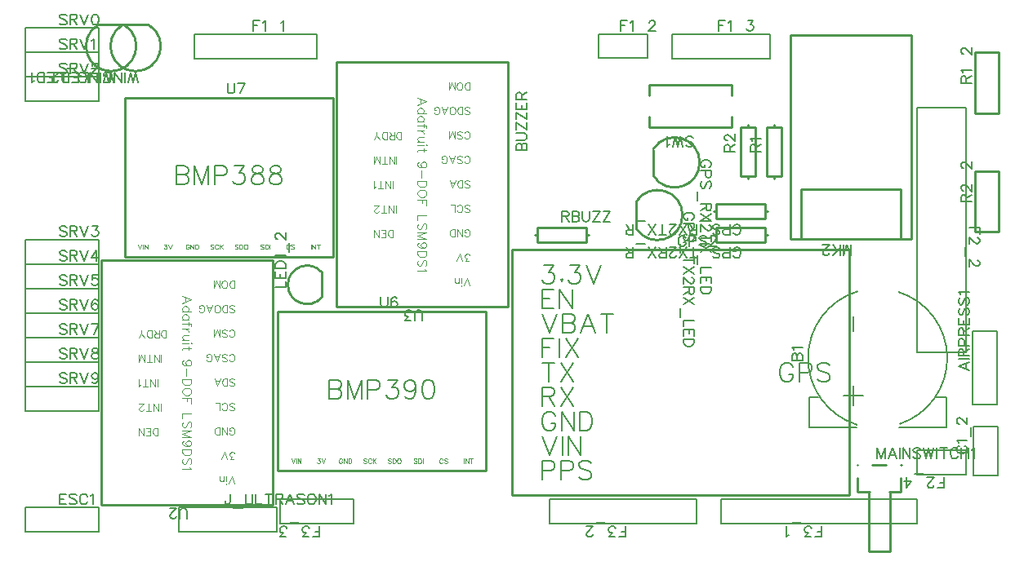
<source format=gto>
G04 Layer: TopSilkscreenLayer*
G04 EasyEDA v6.5.23, 2023-06-13 15:15:08*
G04 1e32025c192248609e1912bf01cfb9d3,5f8968b253fc4aed9fc2cb8881c97923,10*
G04 Gerber Generator version 0.2*
G04 Scale: 100 percent, Rotated: No, Reflected: No *
G04 Dimensions in inches *
G04 leading zeros omitted , absolute positions ,3 integer and 6 decimal *
%FSLAX36Y36*%
%MOIN*%

%ADD10C,0.0060*%
%ADD11C,0.0080*%
%ADD12C,0.0039*%
%ADD13C,0.0032*%
%ADD14C,0.0040*%
%ADD15C,0.0080*%
%ADD16C,0.0079*%
%ADD17C,0.0100*%
%ADD18C,0.0059*%
%ADD19C,0.0116*%

%LPD*%
D10*
X3819600Y691399D02*
G01*
X3862500Y675000D01*
X3819600Y691399D02*
G01*
X3862500Y707699D01*
X3848199Y681100D02*
G01*
X3848199Y701599D01*
X3819600Y721199D02*
G01*
X3862500Y721199D01*
X3819600Y734699D02*
G01*
X3862500Y734699D01*
X3819600Y734699D02*
G01*
X3819600Y753099D01*
X3821599Y759299D01*
X3823699Y761300D01*
X3827799Y763400D01*
X3831899Y763400D01*
X3836000Y761300D01*
X3838000Y759299D01*
X3840000Y753099D01*
X3840000Y734699D01*
X3840000Y749000D02*
G01*
X3862500Y763400D01*
X3819600Y776900D02*
G01*
X3862500Y776900D01*
X3819600Y776900D02*
G01*
X3819600Y795300D01*
X3821599Y801399D01*
X3823699Y803499D01*
X3827799Y805500D01*
X3833900Y805500D01*
X3838000Y803499D01*
X3840000Y801399D01*
X3842100Y795300D01*
X3842100Y776900D01*
X3819600Y819000D02*
G01*
X3862500Y819000D01*
X3819600Y819000D02*
G01*
X3819600Y837399D01*
X3821599Y843499D01*
X3823699Y845599D01*
X3827799Y847600D01*
X3831899Y847600D01*
X3836000Y845599D01*
X3838000Y843499D01*
X3840000Y837399D01*
X3840000Y819000D01*
X3840000Y833299D02*
G01*
X3862500Y847600D01*
X3819600Y861100D02*
G01*
X3862500Y861100D01*
X3819600Y861100D02*
G01*
X3819600Y887699D01*
X3840000Y861100D02*
G01*
X3840000Y877500D01*
X3862500Y861100D02*
G01*
X3862500Y887699D01*
X3825699Y929899D02*
G01*
X3821599Y925799D01*
X3819600Y919600D01*
X3819600Y911500D01*
X3821599Y905300D01*
X3825699Y901199D01*
X3829799Y901199D01*
X3833900Y903299D01*
X3836000Y905300D01*
X3838000Y909400D01*
X3842100Y921700D01*
X3844099Y925799D01*
X3846199Y927800D01*
X3850299Y929899D01*
X3856400Y929899D01*
X3860500Y925799D01*
X3862500Y919600D01*
X3862500Y911500D01*
X3860500Y905300D01*
X3856400Y901199D01*
X3825699Y971999D02*
G01*
X3821599Y967899D01*
X3819600Y961799D01*
X3819600Y953600D01*
X3821599Y947500D01*
X3825699Y943400D01*
X3829799Y943400D01*
X3833900Y945399D01*
X3836000Y947500D01*
X3838000Y951500D01*
X3842100Y963800D01*
X3844099Y967899D01*
X3846199Y970000D01*
X3850299Y971999D01*
X3856400Y971999D01*
X3860500Y967899D01*
X3862500Y961799D01*
X3862500Y953600D01*
X3860500Y947500D01*
X3856400Y943400D01*
X3827799Y985500D02*
G01*
X3825699Y989600D01*
X3819600Y995700D01*
X3862500Y995700D01*
X3821800Y366700D02*
G01*
X3817700Y364600D01*
X3813599Y360500D01*
X3811599Y356500D01*
X3811599Y348299D01*
X3813599Y344200D01*
X3817700Y340100D01*
X3821800Y338000D01*
X3828000Y335999D01*
X3838199Y335999D01*
X3844300Y338000D01*
X3848400Y340100D01*
X3852500Y344200D01*
X3854499Y348299D01*
X3854499Y356500D01*
X3852500Y360500D01*
X3848400Y364600D01*
X3844300Y366700D01*
X3819799Y380199D02*
G01*
X3817700Y384299D01*
X3811599Y390399D01*
X3854499Y390399D01*
X3868900Y403899D02*
G01*
X3868900Y440700D01*
X3821800Y456300D02*
G01*
X3819799Y456300D01*
X3815699Y458299D01*
X3813599Y460399D01*
X3811599Y464499D01*
X3811599Y472600D01*
X3813599Y476700D01*
X3815699Y478800D01*
X3819799Y480799D01*
X3823900Y480799D01*
X3828000Y478800D01*
X3834099Y474699D01*
X3854499Y454200D01*
X3854499Y482899D01*
X150000Y170399D02*
G01*
X150000Y127500D01*
X150000Y170399D02*
G01*
X176599Y170399D01*
X150000Y150000D02*
G01*
X166399Y150000D01*
X150000Y127500D02*
G01*
X176599Y127500D01*
X218699Y164299D02*
G01*
X214600Y168400D01*
X208499Y170399D01*
X200300Y170399D01*
X194200Y168400D01*
X190100Y164299D01*
X190100Y160199D01*
X192100Y156100D01*
X194200Y154000D01*
X198299Y151999D01*
X210500Y147899D01*
X214600Y145900D01*
X216700Y143800D01*
X218699Y139699D01*
X218699Y133600D01*
X214600Y129499D01*
X208499Y127500D01*
X200300Y127500D01*
X194200Y129499D01*
X190100Y133600D01*
X262899Y160199D02*
G01*
X260900Y164299D01*
X256799Y168400D01*
X252699Y170399D01*
X244499Y170399D01*
X240399Y168400D01*
X236300Y164299D01*
X234299Y160199D01*
X232199Y154000D01*
X232199Y143800D01*
X234299Y137699D01*
X236300Y133600D01*
X240399Y129499D01*
X244499Y127500D01*
X252699Y127500D01*
X256799Y129499D01*
X260900Y133600D01*
X262899Y137699D01*
X276399Y162199D02*
G01*
X280500Y164299D01*
X286599Y170399D01*
X286599Y127500D01*
X940000Y2105399D02*
G01*
X940000Y2062500D01*
X940000Y2105399D02*
G01*
X966599Y2105399D01*
X940000Y2085000D02*
G01*
X956400Y2085000D01*
X980100Y2097199D02*
G01*
X984200Y2099299D01*
X990299Y2105399D01*
X990299Y2062500D01*
X1003800Y2048099D02*
G01*
X1040600Y2048099D01*
X1054099Y2097199D02*
G01*
X1058199Y2099299D01*
X1064399Y2105399D01*
X1064399Y2062500D01*
X2440000Y2105399D02*
G01*
X2440000Y2062500D01*
X2440000Y2105399D02*
G01*
X2466599Y2105399D01*
X2440000Y2085000D02*
G01*
X2456400Y2085000D01*
X2480100Y2097199D02*
G01*
X2484200Y2099299D01*
X2490299Y2105399D01*
X2490299Y2062500D01*
X2503800Y2048099D02*
G01*
X2540600Y2048099D01*
X2556199Y2095199D02*
G01*
X2556199Y2097199D01*
X2558199Y2101300D01*
X2560299Y2103400D01*
X2564399Y2105399D01*
X2572500Y2105399D01*
X2576599Y2103400D01*
X2578699Y2101300D01*
X2580699Y2097199D01*
X2580699Y2093099D01*
X2578699Y2089000D01*
X2574600Y2082899D01*
X2554099Y2062500D01*
X2582799Y2062500D01*
X2840000Y2105399D02*
G01*
X2840000Y2062500D01*
X2840000Y2105399D02*
G01*
X2866599Y2105399D01*
X2840000Y2085000D02*
G01*
X2856400Y2085000D01*
X2880100Y2097199D02*
G01*
X2884200Y2099299D01*
X2890299Y2105399D01*
X2890299Y2062500D01*
X2903800Y2048099D02*
G01*
X2940600Y2048099D01*
X2958199Y2105399D02*
G01*
X2980699Y2105399D01*
X2968500Y2089000D01*
X2974600Y2089000D01*
X2978699Y2086999D01*
X2980699Y2085000D01*
X2982799Y2078800D01*
X2982799Y2074699D01*
X2980699Y2068600D01*
X2976599Y2064499D01*
X2970500Y2062500D01*
X2964399Y2062500D01*
X2958199Y2064499D01*
X2956199Y2066500D01*
X2954099Y2070599D01*
X3260000Y-5399D02*
G01*
X3260000Y37500D01*
X3260000Y-5399D02*
G01*
X3233400Y-5399D01*
X3260000Y15000D02*
G01*
X3243599Y15000D01*
X3215799Y-5399D02*
G01*
X3193299Y-5399D01*
X3205600Y10999D01*
X3199499Y10999D01*
X3195399Y13000D01*
X3193299Y15000D01*
X3191300Y21199D01*
X3191300Y25300D01*
X3193299Y31399D01*
X3197399Y35500D01*
X3203500Y37500D01*
X3209700Y37500D01*
X3215799Y35500D01*
X3217899Y33499D01*
X3219899Y29400D01*
X3177799Y51900D02*
G01*
X3141000Y51900D01*
X3127500Y2800D02*
G01*
X3123400Y700D01*
X3117200Y-5399D01*
X3117200Y37500D01*
X2460000Y-5399D02*
G01*
X2460000Y37500D01*
X2460000Y-5399D02*
G01*
X2433400Y-5399D01*
X2460000Y15000D02*
G01*
X2443599Y15000D01*
X2415799Y-5399D02*
G01*
X2393299Y-5399D01*
X2405600Y10999D01*
X2399499Y10999D01*
X2395399Y13000D01*
X2393299Y15000D01*
X2391300Y21199D01*
X2391300Y25300D01*
X2393299Y31399D01*
X2397399Y35500D01*
X2403500Y37500D01*
X2409700Y37500D01*
X2415799Y35500D01*
X2417899Y33499D01*
X2419899Y29400D01*
X2377799Y51900D02*
G01*
X2341000Y51900D01*
X2325399Y4800D02*
G01*
X2325399Y2800D01*
X2323400Y-1300D01*
X2321300Y-3400D01*
X2317200Y-5399D01*
X2308999Y-5399D01*
X2305000Y-3400D01*
X2302899Y-1300D01*
X2300900Y2800D01*
X2300900Y6900D01*
X2302899Y10999D01*
X2306999Y17100D01*
X2327500Y37500D01*
X2298800Y37500D01*
X2705699Y1215199D02*
G01*
X2703599Y1219299D01*
X2699499Y1223400D01*
X2695500Y1225399D01*
X2687299Y1225399D01*
X2683199Y1223400D01*
X2679099Y1219299D01*
X2676999Y1215199D01*
X2675000Y1209000D01*
X2675000Y1198800D01*
X2676999Y1192699D01*
X2679099Y1188600D01*
X2683199Y1184499D01*
X2687299Y1182500D01*
X2695500Y1182500D01*
X2699499Y1184499D01*
X2703599Y1188600D01*
X2705699Y1192699D01*
X2705699Y1198800D01*
X2695500Y1198800D02*
G01*
X2705699Y1198800D01*
X2719200Y1225399D02*
G01*
X2719200Y1182500D01*
X2719200Y1225399D02*
G01*
X2737600Y1225399D01*
X2743699Y1223400D01*
X2745799Y1221300D01*
X2747799Y1217199D01*
X2747799Y1211100D01*
X2745799Y1206999D01*
X2743699Y1205000D01*
X2737600Y1202899D01*
X2719200Y1202899D01*
X2790000Y1219299D02*
G01*
X2785900Y1223400D01*
X2779700Y1225399D01*
X2771499Y1225399D01*
X2765399Y1223400D01*
X2761300Y1219299D01*
X2761300Y1215199D01*
X2763400Y1211100D01*
X2765399Y1209000D01*
X2769499Y1206999D01*
X2781800Y1202899D01*
X2785900Y1200900D01*
X2787899Y1198800D01*
X2790000Y1194699D01*
X2790000Y1188600D01*
X2785900Y1184499D01*
X2779700Y1182500D01*
X2771499Y1182500D01*
X2765399Y1184499D01*
X2761300Y1188600D01*
X2805500Y1215199D02*
G01*
X2805500Y1217199D01*
X2807500Y1221300D01*
X2809600Y1223400D01*
X2813699Y1225399D01*
X2821899Y1225399D01*
X2826000Y1223400D01*
X2828000Y1221300D01*
X2830000Y1217199D01*
X2830000Y1213099D01*
X2828000Y1209000D01*
X2823900Y1202899D01*
X2803500Y1182500D01*
X2832100Y1182500D01*
D11*
X3144499Y687500D02*
G01*
X3140900Y694800D01*
X3133599Y702100D01*
X3126400Y705700D01*
X3111800Y705700D01*
X3104499Y702100D01*
X3097299Y694800D01*
X3093599Y687500D01*
X3090000Y676599D01*
X3090000Y658499D01*
X3093599Y647500D01*
X3097299Y640300D01*
X3104499Y633000D01*
X3111800Y629400D01*
X3126400Y629400D01*
X3133599Y633000D01*
X3140900Y640300D01*
X3144499Y647500D01*
X3144499Y658499D01*
X3126400Y658499D02*
G01*
X3144499Y658499D01*
X3168500Y705700D02*
G01*
X3168500Y629400D01*
X3168500Y705700D02*
G01*
X3201300Y705700D01*
X3212200Y702100D01*
X3215799Y698499D01*
X3219499Y691199D01*
X3219499Y680300D01*
X3215799Y673000D01*
X3212200Y669400D01*
X3201300Y665700D01*
X3168500Y665700D01*
X3294399Y694800D02*
G01*
X3287100Y702100D01*
X3276199Y705700D01*
X3261599Y705700D01*
X3250699Y702100D01*
X3243500Y694800D01*
X3243500Y687500D01*
X3247100Y680300D01*
X3250699Y676599D01*
X3258000Y673000D01*
X3279799Y665700D01*
X3287100Y662100D01*
X3290699Y658499D01*
X3294399Y651199D01*
X3294399Y640300D01*
X3287100Y633000D01*
X3276199Y629400D01*
X3261599Y629400D01*
X3250699Y633000D01*
X3243500Y640300D01*
X2127299Y1105700D02*
G01*
X2167299Y1105700D01*
X2145500Y1076599D01*
X2156400Y1076599D01*
X2163599Y1073000D01*
X2167299Y1069400D01*
X2170900Y1058499D01*
X2170900Y1051199D01*
X2167299Y1040300D01*
X2160000Y1033000D01*
X2149099Y1029400D01*
X2138199Y1029400D01*
X2127299Y1033000D01*
X2123599Y1036599D01*
X2120000Y1043899D01*
X2198500Y1047500D02*
G01*
X2194899Y1043899D01*
X2198500Y1040300D01*
X2202200Y1043899D01*
X2198500Y1047500D01*
X2233500Y1105700D02*
G01*
X2273500Y1105700D01*
X2251599Y1076599D01*
X2262500Y1076599D01*
X2269799Y1073000D01*
X2273500Y1069400D01*
X2277100Y1058499D01*
X2277100Y1051199D01*
X2273500Y1040300D01*
X2266199Y1033000D01*
X2255299Y1029400D01*
X2244399Y1029400D01*
X2233500Y1033000D01*
X2229799Y1036599D01*
X2226199Y1043899D01*
X2301099Y1105700D02*
G01*
X2330200Y1029400D01*
X2359300Y1105700D02*
G01*
X2330200Y1029400D01*
X2120000Y1005700D02*
G01*
X2120000Y929400D01*
X2120000Y1005700D02*
G01*
X2167299Y1005700D01*
X2120000Y969400D02*
G01*
X2149099Y969400D01*
X2120000Y929400D02*
G01*
X2167299Y929400D01*
X2191300Y1005700D02*
G01*
X2191300Y929400D01*
X2191300Y1005700D02*
G01*
X2242200Y929400D01*
X2242200Y1005700D02*
G01*
X2242200Y929400D01*
X2120000Y905700D02*
G01*
X2149099Y829400D01*
X2178199Y905700D02*
G01*
X2149099Y829400D01*
X2202200Y905700D02*
G01*
X2202200Y829400D01*
X2202200Y905700D02*
G01*
X2234899Y905700D01*
X2245799Y902100D01*
X2249499Y898499D01*
X2253100Y891199D01*
X2253100Y883899D01*
X2249499Y876599D01*
X2245799Y873000D01*
X2234899Y869400D01*
X2202200Y869400D02*
G01*
X2234899Y869400D01*
X2245799Y865700D01*
X2249499Y862100D01*
X2253100Y854800D01*
X2253100Y843899D01*
X2249499Y836599D01*
X2245799Y833000D01*
X2234899Y829400D01*
X2202200Y829400D01*
X2306199Y905700D02*
G01*
X2277100Y829400D01*
X2306199Y905700D02*
G01*
X2335299Y829400D01*
X2288000Y854800D02*
G01*
X2324399Y854800D01*
X2384700Y905700D02*
G01*
X2384700Y829400D01*
X2359300Y905700D02*
G01*
X2410200Y905700D01*
X2120000Y805700D02*
G01*
X2120000Y729400D01*
X2120000Y805700D02*
G01*
X2167299Y805700D01*
X2120000Y769400D02*
G01*
X2149099Y769400D01*
X2191300Y805700D02*
G01*
X2191300Y729400D01*
X2215299Y805700D02*
G01*
X2266199Y729400D01*
X2266199Y805700D02*
G01*
X2215299Y729400D01*
X2145500Y705700D02*
G01*
X2145500Y629400D01*
X2120000Y705700D02*
G01*
X2170900Y705700D01*
X2194899Y705700D02*
G01*
X2245799Y629400D01*
X2245799Y705700D02*
G01*
X2194899Y629400D01*
X2120000Y605700D02*
G01*
X2120000Y529400D01*
X2120000Y605700D02*
G01*
X2152700Y605700D01*
X2163599Y602100D01*
X2167299Y598499D01*
X2170900Y591199D01*
X2170900Y583899D01*
X2167299Y576599D01*
X2163599Y573000D01*
X2152700Y569400D01*
X2120000Y569400D01*
X2145500Y569400D02*
G01*
X2170900Y529400D01*
X2194899Y605700D02*
G01*
X2245799Y529400D01*
X2245799Y605700D02*
G01*
X2194899Y529400D01*
X2174499Y487500D02*
G01*
X2170900Y494800D01*
X2163599Y502100D01*
X2156400Y505700D01*
X2141800Y505700D01*
X2134499Y502100D01*
X2127299Y494800D01*
X2123599Y487500D01*
X2120000Y476599D01*
X2120000Y458499D01*
X2123599Y447500D01*
X2127299Y440300D01*
X2134499Y433000D01*
X2141800Y429400D01*
X2156400Y429400D01*
X2163599Y433000D01*
X2170900Y440300D01*
X2174499Y447500D01*
X2174499Y458499D01*
X2156400Y458499D02*
G01*
X2174499Y458499D01*
X2198500Y505700D02*
G01*
X2198500Y429400D01*
X2198500Y505700D02*
G01*
X2249499Y429400D01*
X2249499Y505700D02*
G01*
X2249499Y429400D01*
X2273500Y505700D02*
G01*
X2273500Y429400D01*
X2273500Y505700D02*
G01*
X2298900Y505700D01*
X2309799Y502100D01*
X2317100Y494800D01*
X2320699Y487500D01*
X2324399Y476599D01*
X2324399Y458499D01*
X2320699Y447500D01*
X2317100Y440300D01*
X2309799Y433000D01*
X2298900Y429400D01*
X2273500Y429400D01*
X2120000Y405700D02*
G01*
X2149099Y329400D01*
X2178199Y405700D02*
G01*
X2149099Y329400D01*
X2202200Y405700D02*
G01*
X2202200Y329400D01*
X2226199Y405700D02*
G01*
X2226199Y329400D01*
X2226199Y405700D02*
G01*
X2277100Y329400D01*
X2277100Y405700D02*
G01*
X2277100Y329400D01*
X2120000Y305700D02*
G01*
X2120000Y229400D01*
X2120000Y305700D02*
G01*
X2152700Y305700D01*
X2163599Y302100D01*
X2167299Y298499D01*
X2170900Y291199D01*
X2170900Y280300D01*
X2167299Y273000D01*
X2163599Y269400D01*
X2152700Y265700D01*
X2120000Y265700D01*
X2194899Y305700D02*
G01*
X2194899Y229400D01*
X2194899Y305700D02*
G01*
X2227600Y305700D01*
X2238500Y302100D01*
X2242200Y298499D01*
X2245799Y291199D01*
X2245799Y280300D01*
X2242200Y273000D01*
X2238500Y269400D01*
X2227600Y265700D01*
X2194899Y265700D01*
X2320699Y294800D02*
G01*
X2313500Y302100D01*
X2302500Y305700D01*
X2288000Y305700D01*
X2277100Y302100D01*
X2269799Y294800D01*
X2269799Y287500D01*
X2273500Y280300D01*
X2277100Y276599D01*
X2284399Y273000D01*
X2306199Y265700D01*
X2313500Y262100D01*
X2317100Y258499D01*
X2320699Y251199D01*
X2320699Y240300D01*
X2313500Y233000D01*
X2302500Y229400D01*
X2288000Y229400D01*
X2277100Y233000D01*
X2269799Y240300D01*
D10*
X845500Y170399D02*
G01*
X845500Y137699D01*
X843400Y131500D01*
X841400Y129499D01*
X837299Y127500D01*
X833199Y127500D01*
X829099Y129499D01*
X826999Y131500D01*
X825000Y137699D01*
X825000Y141799D01*
X858999Y113099D02*
G01*
X895799Y113099D01*
X909300Y170399D02*
G01*
X909300Y139699D01*
X911300Y133600D01*
X915399Y129499D01*
X921499Y127500D01*
X925600Y127500D01*
X931800Y129499D01*
X935900Y133600D01*
X937899Y139699D01*
X937899Y170399D01*
X951400Y170399D02*
G01*
X951400Y127500D01*
X951400Y127500D02*
G01*
X976000Y127500D01*
X1003800Y170399D02*
G01*
X1003800Y127500D01*
X989499Y170399D02*
G01*
X1018100Y170399D01*
X1031599Y170399D02*
G01*
X1031599Y127500D01*
X1031599Y170399D02*
G01*
X1050000Y170399D01*
X1056099Y168400D01*
X1058199Y166300D01*
X1060200Y162199D01*
X1060200Y158099D01*
X1058199Y154000D01*
X1056099Y151999D01*
X1050000Y150000D01*
X1031599Y150000D01*
X1045900Y150000D02*
G01*
X1060200Y127500D01*
X1090100Y170399D02*
G01*
X1073699Y127500D01*
X1090100Y170399D02*
G01*
X1106499Y127500D01*
X1079899Y141799D02*
G01*
X1100299Y141799D01*
X1148599Y164299D02*
G01*
X1144499Y168400D01*
X1138400Y170399D01*
X1130200Y170399D01*
X1123999Y168400D01*
X1120000Y164299D01*
X1120000Y160199D01*
X1121999Y156100D01*
X1123999Y154000D01*
X1128100Y151999D01*
X1140399Y147899D01*
X1144499Y145900D01*
X1146499Y143800D01*
X1148599Y139699D01*
X1148599Y133600D01*
X1144499Y129499D01*
X1138400Y127500D01*
X1130200Y127500D01*
X1123999Y129499D01*
X1120000Y133600D01*
X1174399Y170399D02*
G01*
X1170299Y168400D01*
X1166199Y164299D01*
X1164099Y160199D01*
X1162100Y154000D01*
X1162100Y143800D01*
X1164099Y137699D01*
X1166199Y133600D01*
X1170299Y129499D01*
X1174399Y127500D01*
X1182500Y127500D01*
X1186599Y129499D01*
X1190699Y133600D01*
X1192799Y137699D01*
X1194799Y143800D01*
X1194799Y154000D01*
X1192799Y160199D01*
X1190699Y164299D01*
X1186599Y168400D01*
X1182500Y170399D01*
X1174399Y170399D01*
X1208299Y170399D02*
G01*
X1208299Y127500D01*
X1208299Y170399D02*
G01*
X1236999Y127500D01*
X1236999Y170399D02*
G01*
X1236999Y127500D01*
X1250500Y162199D02*
G01*
X1254499Y164299D01*
X1260699Y170399D01*
X1260699Y127500D01*
X1029600Y1015000D02*
G01*
X1072500Y1015000D01*
X1072500Y1015000D02*
G01*
X1072500Y1039499D01*
X1029600Y1053000D02*
G01*
X1072500Y1053000D01*
X1029600Y1053000D02*
G01*
X1029600Y1079600D01*
X1050000Y1053000D02*
G01*
X1050000Y1069400D01*
X1072500Y1053000D02*
G01*
X1072500Y1079600D01*
X1029600Y1093099D02*
G01*
X1072500Y1093099D01*
X1029600Y1093099D02*
G01*
X1029600Y1107500D01*
X1031599Y1113600D01*
X1035699Y1117699D01*
X1039799Y1119699D01*
X1046000Y1121799D01*
X1056199Y1121799D01*
X1062299Y1119699D01*
X1066400Y1117699D01*
X1070500Y1113600D01*
X1072500Y1107500D01*
X1072500Y1093099D01*
X1037799Y1135300D02*
G01*
X1035699Y1139400D01*
X1029600Y1145500D01*
X1072500Y1145500D01*
X1086899Y1159000D02*
G01*
X1086899Y1195799D01*
X1039799Y1211399D02*
G01*
X1037799Y1211399D01*
X1033699Y1213400D01*
X1031599Y1215500D01*
X1029600Y1219499D01*
X1029600Y1227699D01*
X1031599Y1231799D01*
X1033699Y1233899D01*
X1037799Y1235900D01*
X1041899Y1235900D01*
X1046000Y1233899D01*
X1052100Y1229800D01*
X1072500Y1209299D01*
X1072500Y1238000D01*
X3381000Y1146244D02*
G01*
X3381000Y1189144D01*
X3381000Y1146244D02*
G01*
X3364600Y1189144D01*
X3348299Y1146244D02*
G01*
X3364600Y1189144D01*
X3348299Y1146244D02*
G01*
X3348299Y1189144D01*
X3334799Y1146244D02*
G01*
X3334799Y1189144D01*
X3306099Y1146244D02*
G01*
X3334799Y1174845D01*
X3324499Y1164645D02*
G01*
X3306099Y1189144D01*
X3290600Y1156444D02*
G01*
X3290600Y1154445D01*
X3288500Y1150345D01*
X3286499Y1148245D01*
X3282399Y1146244D01*
X3274200Y1146244D01*
X3270100Y1148245D01*
X3268100Y1150345D01*
X3266000Y1154445D01*
X3266000Y1158544D01*
X3268100Y1162645D01*
X3272200Y1168744D01*
X3292600Y1189144D01*
X3263999Y1189144D01*
X3829600Y1850000D02*
G01*
X3872500Y1850000D01*
X3829600Y1850000D02*
G01*
X3829600Y1868400D01*
X3831599Y1874499D01*
X3833699Y1876599D01*
X3837799Y1878600D01*
X3841899Y1878600D01*
X3846000Y1876599D01*
X3848000Y1874499D01*
X3850000Y1868400D01*
X3850000Y1850000D01*
X3850000Y1864299D02*
G01*
X3872500Y1878600D01*
X3837799Y1892100D02*
G01*
X3835699Y1896199D01*
X3829600Y1902399D01*
X3872500Y1902399D01*
X3886899Y1915900D02*
G01*
X3886899Y1952699D01*
X3839799Y1968200D02*
G01*
X3837799Y1968200D01*
X3833699Y1970300D01*
X3831599Y1972300D01*
X3829600Y1976399D01*
X3829600Y1984600D01*
X3831599Y1988699D01*
X3833699Y1990700D01*
X3837799Y1992800D01*
X3841899Y1992800D01*
X3846000Y1990700D01*
X3852100Y1986599D01*
X3872500Y1966199D01*
X3872500Y1994800D01*
X3829600Y1365000D02*
G01*
X3872500Y1365000D01*
X3829600Y1365000D02*
G01*
X3829600Y1383400D01*
X3831599Y1389499D01*
X3833699Y1391599D01*
X3837799Y1393600D01*
X3841899Y1393600D01*
X3846000Y1391599D01*
X3848000Y1389499D01*
X3850000Y1383400D01*
X3850000Y1365000D01*
X3850000Y1379299D02*
G01*
X3872500Y1393600D01*
X3839799Y1409200D02*
G01*
X3837799Y1409200D01*
X3833699Y1411199D01*
X3831599Y1413299D01*
X3829600Y1417399D01*
X3829600Y1425500D01*
X3831599Y1429600D01*
X3833699Y1431700D01*
X3837799Y1433699D01*
X3841899Y1433699D01*
X3846000Y1431700D01*
X3852100Y1427600D01*
X3872500Y1407100D01*
X3872500Y1435799D01*
X3886899Y1449299D02*
G01*
X3886899Y1486100D01*
X3839799Y1501599D02*
G01*
X3837799Y1501599D01*
X3833699Y1503699D01*
X3831599Y1505700D01*
X3829600Y1509800D01*
X3829600Y1518000D01*
X3831599Y1522100D01*
X3833699Y1524099D01*
X3837799Y1526199D01*
X3841899Y1526199D01*
X3846000Y1524099D01*
X3852100Y1520000D01*
X3872500Y1499600D01*
X3872500Y1528200D01*
X670000Y69600D02*
G01*
X670000Y100300D01*
X668000Y106399D01*
X663899Y110500D01*
X657699Y112500D01*
X653600Y112500D01*
X647500Y110500D01*
X643400Y106399D01*
X641399Y100300D01*
X641399Y69600D01*
X625799Y79800D02*
G01*
X625799Y77800D01*
X623800Y73699D01*
X621700Y71599D01*
X617600Y69600D01*
X609499Y69600D01*
X605399Y71599D01*
X603299Y73699D01*
X601300Y77800D01*
X601300Y81900D01*
X603299Y85999D01*
X607399Y92100D01*
X627899Y112500D01*
X599200Y112500D01*
D12*
X687658Y963883D02*
G01*
X650059Y978184D01*
X687658Y963883D02*
G01*
X650059Y949583D01*
X662658Y972883D02*
G01*
X662658Y954983D01*
X687658Y916284D02*
G01*
X650059Y916284D01*
X669758Y916284D02*
G01*
X673359Y919884D01*
X675158Y923483D01*
X675158Y928784D01*
X673359Y932384D01*
X669758Y935983D01*
X664459Y937784D01*
X660859Y937784D01*
X655459Y935983D01*
X651858Y932384D01*
X650059Y928784D01*
X650059Y923483D01*
X651858Y919884D01*
X655459Y916284D01*
X675158Y882984D02*
G01*
X650059Y882984D01*
X669758Y882984D02*
G01*
X673359Y886583D01*
X675158Y890183D01*
X675158Y895583D01*
X673359Y899083D01*
X669758Y902683D01*
X664459Y904484D01*
X660859Y904484D01*
X655459Y902683D01*
X651858Y899083D01*
X650059Y895583D01*
X650059Y890183D01*
X651858Y886583D01*
X655459Y882984D01*
X687658Y856884D02*
G01*
X687658Y860484D01*
X685859Y864083D01*
X680558Y865884D01*
X650059Y865884D01*
X675158Y871183D02*
G01*
X675158Y858683D01*
X675158Y845084D02*
G01*
X650059Y845084D01*
X664459Y845084D02*
G01*
X669758Y843283D01*
X673359Y839684D01*
X675158Y836084D01*
X675158Y830783D01*
X675158Y818984D02*
G01*
X657258Y818984D01*
X651858Y817184D01*
X650059Y813584D01*
X650059Y808184D01*
X651858Y804684D01*
X657258Y799283D01*
X675158Y799283D02*
G01*
X650059Y799283D01*
X687658Y787483D02*
G01*
X685859Y785684D01*
X687658Y783883D01*
X689459Y785684D01*
X687658Y787483D01*
X675158Y785684D02*
G01*
X650059Y785684D01*
X687658Y766684D02*
G01*
X657258Y766684D01*
X651858Y764884D01*
X650059Y761284D01*
X650059Y757784D01*
X675158Y772083D02*
G01*
X675158Y759583D01*
X675158Y695084D02*
G01*
X669758Y696884D01*
X666158Y700484D01*
X664459Y705884D01*
X664459Y707683D01*
X666158Y712984D01*
X669758Y716583D01*
X675158Y718384D01*
X676959Y718384D01*
X682359Y716583D01*
X685859Y712984D01*
X687658Y707683D01*
X687658Y705884D01*
X685859Y700484D01*
X682359Y696884D01*
X675158Y695084D01*
X666158Y695084D01*
X657258Y696884D01*
X651858Y700484D01*
X650059Y705884D01*
X650059Y709384D01*
X651858Y714783D01*
X655459Y716583D01*
X666158Y683283D02*
G01*
X666158Y651084D01*
X687658Y639283D02*
G01*
X650059Y639283D01*
X687658Y639283D02*
G01*
X687658Y626783D01*
X685859Y621383D01*
X682359Y617784D01*
X678759Y615983D01*
X673359Y614184D01*
X664459Y614184D01*
X659059Y615983D01*
X655459Y617784D01*
X651858Y621383D01*
X650059Y626783D01*
X650059Y639283D01*
X687658Y591684D02*
G01*
X685859Y595284D01*
X682359Y598883D01*
X678759Y600583D01*
X673359Y602384D01*
X664459Y602384D01*
X659059Y600583D01*
X655459Y598883D01*
X651858Y595284D01*
X650059Y591684D01*
X650059Y584484D01*
X651858Y580983D01*
X655459Y577384D01*
X659059Y575583D01*
X664459Y573784D01*
X673359Y573784D01*
X678759Y575583D01*
X682359Y577384D01*
X685859Y580983D01*
X687658Y584484D01*
X687658Y591684D01*
X687658Y561984D02*
G01*
X650059Y561984D01*
X687658Y561984D02*
G01*
X687658Y538683D01*
X669758Y561984D02*
G01*
X669758Y547683D01*
X687658Y499384D02*
G01*
X650059Y499384D01*
X650059Y499384D02*
G01*
X650059Y477883D01*
X682359Y440983D02*
G01*
X685859Y444583D01*
X687658Y449983D01*
X687658Y457083D01*
X685859Y462483D01*
X682359Y466084D01*
X678759Y466084D01*
X675158Y464283D01*
X673359Y462483D01*
X671559Y458883D01*
X667959Y448184D01*
X666158Y444583D01*
X664459Y442784D01*
X660859Y440983D01*
X655459Y440983D01*
X651858Y444583D01*
X650059Y449983D01*
X650059Y457083D01*
X651858Y462483D01*
X655459Y466084D01*
X687658Y429184D02*
G01*
X650059Y429184D01*
X687658Y429184D02*
G01*
X650059Y414884D01*
X687658Y400583D02*
G01*
X650059Y414884D01*
X687658Y400583D02*
G01*
X650059Y400583D01*
X675158Y365484D02*
G01*
X669758Y367283D01*
X666158Y370884D01*
X664459Y376183D01*
X664459Y377984D01*
X666158Y383384D01*
X669758Y386984D01*
X675158Y388784D01*
X676959Y388784D01*
X682359Y386984D01*
X685859Y383384D01*
X687658Y377984D01*
X687658Y376183D01*
X685859Y370884D01*
X682359Y367283D01*
X675158Y365484D01*
X666158Y365484D01*
X657258Y367283D01*
X651858Y370884D01*
X650059Y376183D01*
X650059Y379783D01*
X651858Y385183D01*
X655459Y386984D01*
X687658Y353683D02*
G01*
X650059Y353683D01*
X687658Y353683D02*
G01*
X687658Y341183D01*
X685859Y335783D01*
X682359Y332184D01*
X678759Y330383D01*
X673359Y328584D01*
X664459Y328584D01*
X659059Y330383D01*
X655459Y332184D01*
X651858Y335783D01*
X650059Y341183D01*
X650059Y353683D01*
X682359Y291783D02*
G01*
X685859Y295284D01*
X687658Y300684D01*
X687658Y307883D01*
X685859Y313184D01*
X682359Y316783D01*
X678759Y316783D01*
X675158Y314983D01*
X673359Y313184D01*
X671559Y309684D01*
X667959Y298883D01*
X666158Y295284D01*
X664459Y293584D01*
X660859Y291783D01*
X655459Y291783D01*
X651858Y295284D01*
X650059Y300684D01*
X650059Y307883D01*
X651858Y313184D01*
X655459Y316783D01*
X680558Y279983D02*
G01*
X682359Y276383D01*
X687658Y270983D01*
X650059Y270983D01*
D13*
X863701Y1011707D02*
G01*
X863701Y1041806D01*
X863701Y1011707D02*
G01*
X853701Y1011707D01*
X849400Y1013107D01*
X846601Y1016006D01*
X845101Y1018906D01*
X843701Y1023207D01*
X843701Y1030306D01*
X845101Y1034607D01*
X846601Y1037507D01*
X849400Y1040306D01*
X853701Y1041806D01*
X863701Y1041806D01*
X825700Y1011707D02*
G01*
X828500Y1013107D01*
X831400Y1016006D01*
X832800Y1018906D01*
X834201Y1023207D01*
X834201Y1030306D01*
X832800Y1034607D01*
X831400Y1037507D01*
X828500Y1040306D01*
X825700Y1041806D01*
X819900Y1041806D01*
X817101Y1040306D01*
X814201Y1037507D01*
X812800Y1034607D01*
X811301Y1030306D01*
X811301Y1023207D01*
X812800Y1018906D01*
X814201Y1016006D01*
X817101Y1013107D01*
X819900Y1011707D01*
X825700Y1011707D01*
X801900Y1011707D02*
G01*
X801900Y1041806D01*
X801900Y1011707D02*
G01*
X790401Y1041806D01*
X779000Y1011707D02*
G01*
X790401Y1041806D01*
X779000Y1011707D02*
G01*
X779000Y1041806D01*
X843701Y916006D02*
G01*
X846601Y913107D01*
X850901Y911707D01*
X856601Y911707D01*
X860901Y913107D01*
X863701Y916006D01*
X863701Y918906D01*
X862300Y921707D01*
X860901Y923207D01*
X858001Y924607D01*
X849400Y927507D01*
X846601Y928906D01*
X845101Y930306D01*
X843701Y933207D01*
X843701Y937507D01*
X846601Y940306D01*
X850901Y941806D01*
X856601Y941806D01*
X860901Y940306D01*
X863701Y937507D01*
X834201Y911707D02*
G01*
X834201Y941806D01*
X834201Y911707D02*
G01*
X824201Y911707D01*
X819900Y913107D01*
X817101Y916006D01*
X815600Y918906D01*
X814201Y923207D01*
X814201Y930306D01*
X815600Y934607D01*
X817101Y937507D01*
X819900Y940306D01*
X824201Y941806D01*
X834201Y941806D01*
X796201Y911707D02*
G01*
X799000Y913107D01*
X801900Y916006D01*
X803301Y918906D01*
X804800Y923207D01*
X804800Y930306D01*
X803301Y934607D01*
X801900Y937507D01*
X799000Y940306D01*
X796201Y941806D01*
X790401Y941806D01*
X787601Y940306D01*
X784700Y937507D01*
X783301Y934607D01*
X781800Y930306D01*
X781800Y923207D01*
X783301Y918906D01*
X784700Y916006D01*
X787601Y913107D01*
X790401Y911707D01*
X796201Y911707D01*
X760901Y911707D02*
G01*
X772400Y941806D01*
X760901Y911707D02*
G01*
X749501Y941806D01*
X768100Y931806D02*
G01*
X753800Y931806D01*
X718600Y918906D02*
G01*
X720001Y916006D01*
X722901Y913107D01*
X725700Y911707D01*
X731500Y911707D01*
X734301Y913107D01*
X737201Y916006D01*
X738600Y918906D01*
X740001Y923207D01*
X740001Y930306D01*
X738600Y934607D01*
X737201Y937507D01*
X734301Y940306D01*
X731500Y941806D01*
X725700Y941806D01*
X722901Y940306D01*
X720001Y937507D01*
X718600Y934607D01*
X718600Y930306D01*
X725700Y930306D02*
G01*
X718600Y930306D01*
X842300Y718906D02*
G01*
X843701Y716006D01*
X846601Y713107D01*
X849400Y711707D01*
X855101Y711707D01*
X858001Y713107D01*
X860901Y716006D01*
X862300Y718906D01*
X863701Y723207D01*
X863701Y730306D01*
X862300Y734607D01*
X860901Y737507D01*
X858001Y740306D01*
X855101Y741806D01*
X849400Y741806D01*
X846601Y740306D01*
X843701Y737507D01*
X842300Y734607D01*
X812800Y716006D02*
G01*
X815600Y713107D01*
X819900Y711707D01*
X825700Y711707D01*
X830001Y713107D01*
X832800Y716006D01*
X832800Y718906D01*
X831400Y721707D01*
X830001Y723207D01*
X827101Y724607D01*
X818500Y727507D01*
X815600Y728906D01*
X814201Y730306D01*
X812800Y733207D01*
X812800Y737507D01*
X815600Y740306D01*
X819900Y741806D01*
X825700Y741806D01*
X830001Y740306D01*
X832800Y737507D01*
X791900Y711707D02*
G01*
X803301Y741806D01*
X791900Y711707D02*
G01*
X780401Y741806D01*
X799000Y731806D02*
G01*
X784700Y731806D01*
X749501Y718906D02*
G01*
X750900Y716006D01*
X753800Y713107D01*
X756700Y711707D01*
X762400Y711707D01*
X765200Y713107D01*
X768100Y716006D01*
X769501Y718906D01*
X771000Y723207D01*
X771000Y730306D01*
X769501Y734607D01*
X768100Y737507D01*
X765200Y740306D01*
X762400Y741806D01*
X756700Y741806D01*
X753800Y740306D01*
X750900Y737507D01*
X749501Y734607D01*
X749501Y730306D01*
X756700Y730306D02*
G01*
X749501Y730306D01*
X842300Y818906D02*
G01*
X843701Y816006D01*
X846601Y813107D01*
X849400Y811707D01*
X855101Y811707D01*
X858001Y813107D01*
X860901Y816006D01*
X862300Y818906D01*
X863701Y823207D01*
X863701Y830306D01*
X862300Y834607D01*
X860901Y837507D01*
X858001Y840306D01*
X855101Y841806D01*
X849400Y841806D01*
X846601Y840306D01*
X843701Y837507D01*
X842300Y834607D01*
X812800Y816006D02*
G01*
X815600Y813107D01*
X819900Y811707D01*
X825700Y811707D01*
X830001Y813107D01*
X832800Y816006D01*
X832800Y818906D01*
X831400Y821707D01*
X830001Y823207D01*
X827101Y824607D01*
X818500Y827507D01*
X815600Y828906D01*
X814201Y830306D01*
X812800Y833207D01*
X812800Y837507D01*
X815600Y840306D01*
X819900Y841806D01*
X825700Y841806D01*
X830001Y840306D01*
X832800Y837507D01*
X803301Y811707D02*
G01*
X803301Y841806D01*
X803301Y811707D02*
G01*
X791900Y841806D01*
X780401Y811707D02*
G01*
X791900Y841806D01*
X780401Y811707D02*
G01*
X780401Y841806D01*
X843701Y616006D02*
G01*
X846601Y613107D01*
X850901Y611707D01*
X856601Y611707D01*
X860901Y613107D01*
X863701Y616006D01*
X863701Y618906D01*
X862300Y621707D01*
X860901Y623207D01*
X858001Y624607D01*
X849400Y627507D01*
X846601Y628906D01*
X845101Y630306D01*
X843701Y633207D01*
X843701Y637507D01*
X846601Y640306D01*
X850901Y641806D01*
X856601Y641806D01*
X860901Y640306D01*
X863701Y637507D01*
X834201Y611707D02*
G01*
X834201Y641806D01*
X834201Y611707D02*
G01*
X824201Y611707D01*
X819900Y613107D01*
X817101Y616006D01*
X815600Y618906D01*
X814201Y623207D01*
X814201Y630306D01*
X815600Y634607D01*
X817101Y637507D01*
X819900Y640306D01*
X824201Y641806D01*
X834201Y641806D01*
X793301Y611707D02*
G01*
X804800Y641806D01*
X793301Y611707D02*
G01*
X781800Y641806D01*
X800501Y631806D02*
G01*
X786100Y631806D01*
X843701Y516006D02*
G01*
X846601Y513107D01*
X850901Y511707D01*
X856601Y511707D01*
X860901Y513107D01*
X863701Y516006D01*
X863701Y518906D01*
X862300Y521707D01*
X860901Y523207D01*
X858001Y524607D01*
X849400Y527507D01*
X846601Y528906D01*
X845101Y530306D01*
X843701Y533207D01*
X843701Y537507D01*
X846601Y540306D01*
X850901Y541806D01*
X856601Y541806D01*
X860901Y540306D01*
X863701Y537507D01*
X812800Y518906D02*
G01*
X814201Y516006D01*
X817101Y513107D01*
X819900Y511707D01*
X825700Y511707D01*
X828500Y513107D01*
X831400Y516006D01*
X832800Y518906D01*
X834201Y523207D01*
X834201Y530306D01*
X832800Y534607D01*
X831400Y537507D01*
X828500Y540306D01*
X825700Y541806D01*
X819900Y541806D01*
X817101Y540306D01*
X814201Y537507D01*
X812800Y534607D01*
X803301Y511707D02*
G01*
X803301Y541806D01*
X803301Y541806D02*
G01*
X786100Y541806D01*
X842300Y418906D02*
G01*
X843701Y416006D01*
X846601Y413207D01*
X849400Y411707D01*
X855101Y411707D01*
X858001Y413207D01*
X860901Y416006D01*
X862300Y418906D01*
X863701Y423207D01*
X863701Y430306D01*
X862300Y434607D01*
X860901Y437507D01*
X858001Y440407D01*
X855101Y441806D01*
X849400Y441806D01*
X846601Y440407D01*
X843701Y437507D01*
X842300Y434607D01*
X842300Y430306D01*
X849400Y430306D02*
G01*
X842300Y430306D01*
X832800Y411707D02*
G01*
X832800Y441806D01*
X832800Y411707D02*
G01*
X812800Y441806D01*
X812800Y411707D02*
G01*
X812800Y441806D01*
X803301Y411707D02*
G01*
X803301Y441806D01*
X803301Y411707D02*
G01*
X793301Y411707D01*
X789000Y413207D01*
X786100Y416006D01*
X784700Y418906D01*
X783301Y423207D01*
X783301Y430306D01*
X784700Y434607D01*
X786100Y437507D01*
X789000Y440407D01*
X793301Y441806D01*
X803301Y441806D01*
X860901Y311707D02*
G01*
X845101Y311707D01*
X853701Y323207D01*
X849400Y323207D01*
X846601Y324607D01*
X845101Y326006D01*
X843701Y330306D01*
X843701Y333207D01*
X845101Y337507D01*
X848001Y340407D01*
X852300Y341806D01*
X856601Y341806D01*
X860901Y340407D01*
X862300Y338906D01*
X863701Y336107D01*
X834201Y311707D02*
G01*
X822800Y341806D01*
X811301Y311707D02*
G01*
X822800Y341806D01*
X863701Y211707D02*
G01*
X852300Y241806D01*
X840801Y211707D02*
G01*
X852300Y241806D01*
X831400Y211707D02*
G01*
X830001Y213207D01*
X828500Y211707D01*
X830001Y210306D01*
X831400Y211707D01*
X830001Y221707D02*
G01*
X830001Y241806D01*
X819101Y221707D02*
G01*
X819101Y241806D01*
X819101Y227507D02*
G01*
X814800Y223207D01*
X811900Y221707D01*
X807601Y221707D01*
X804800Y223207D01*
X803301Y227507D01*
X803301Y241806D01*
X584528Y809980D02*
G01*
X584528Y840079D01*
X584528Y809980D02*
G01*
X574427Y809980D01*
X570127Y811480D01*
X567328Y814279D01*
X565828Y817179D01*
X564427Y821480D01*
X564427Y828679D01*
X565828Y832979D01*
X567328Y835779D01*
X570127Y838679D01*
X574427Y840079D01*
X584528Y840079D01*
X555028Y809980D02*
G01*
X555028Y840079D01*
X555028Y809980D02*
G01*
X542127Y809980D01*
X537827Y811480D01*
X536428Y812880D01*
X534927Y815779D01*
X534927Y818580D01*
X536428Y821480D01*
X537827Y822880D01*
X542127Y824380D01*
X555028Y824380D01*
X544927Y824380D02*
G01*
X534927Y840079D01*
X525527Y809980D02*
G01*
X525527Y840079D01*
X525527Y809980D02*
G01*
X515527Y809980D01*
X511228Y811480D01*
X508328Y814279D01*
X506927Y817179D01*
X505428Y821480D01*
X505428Y828679D01*
X506927Y832979D01*
X508328Y835779D01*
X511228Y838679D01*
X515527Y840079D01*
X525527Y840079D01*
X496028Y809980D02*
G01*
X484528Y824380D01*
X484528Y840079D01*
X473128Y809980D02*
G01*
X484528Y824380D01*
X564528Y709980D02*
G01*
X564528Y740079D01*
X555028Y709980D02*
G01*
X555028Y740079D01*
X555028Y709980D02*
G01*
X535028Y740079D01*
X535028Y709980D02*
G01*
X535028Y740079D01*
X515527Y709980D02*
G01*
X515527Y740079D01*
X525527Y709980D02*
G01*
X505527Y709980D01*
X496028Y709980D02*
G01*
X496028Y740079D01*
X496028Y709980D02*
G01*
X484627Y740079D01*
X473128Y709980D02*
G01*
X484627Y740079D01*
X473128Y709980D02*
G01*
X473128Y740079D01*
X548726Y610079D02*
G01*
X548726Y640079D01*
X539227Y610079D02*
G01*
X539227Y640079D01*
X539227Y610079D02*
G01*
X519227Y640079D01*
X519227Y610079D02*
G01*
X519227Y640079D01*
X499726Y610079D02*
G01*
X499726Y640079D01*
X509726Y610079D02*
G01*
X489726Y610079D01*
X480226Y615779D02*
G01*
X477426Y614380D01*
X473126Y610079D01*
X473126Y640079D01*
X561626Y510079D02*
G01*
X561626Y540079D01*
X552125Y510079D02*
G01*
X552125Y540079D01*
X552125Y510079D02*
G01*
X532125Y540079D01*
X532125Y510079D02*
G01*
X532125Y540079D01*
X512626Y510079D02*
G01*
X512626Y540079D01*
X522626Y510079D02*
G01*
X502626Y510079D01*
X491725Y517179D02*
G01*
X491725Y515779D01*
X490326Y512880D01*
X488825Y511480D01*
X486026Y510079D01*
X480225Y510079D01*
X477426Y511480D01*
X475925Y512880D01*
X474526Y515779D01*
X474526Y518580D01*
X475925Y521480D01*
X478825Y525779D01*
X493126Y540079D01*
X473126Y540079D01*
X550727Y410079D02*
G01*
X550727Y440079D01*
X550727Y410079D02*
G01*
X540727Y410079D01*
X536426Y411480D01*
X533526Y414380D01*
X532127Y417179D01*
X530727Y421480D01*
X530727Y428679D01*
X532127Y432979D01*
X533526Y435779D01*
X536426Y438679D01*
X540727Y440079D01*
X550727Y440079D01*
X521226Y410079D02*
G01*
X521226Y440079D01*
X521226Y410079D02*
G01*
X502627Y410079D01*
X521226Y424380D02*
G01*
X509827Y424380D01*
X521226Y440079D02*
G01*
X502627Y440079D01*
X493227Y410079D02*
G01*
X493227Y440079D01*
X493227Y410079D02*
G01*
X473126Y440079D01*
X473126Y410079D02*
G01*
X473126Y440079D01*
D10*
X1630000Y879600D02*
G01*
X1630000Y910300D01*
X1628000Y916399D01*
X1623900Y920500D01*
X1617700Y922500D01*
X1613599Y922500D01*
X1607500Y920500D01*
X1603400Y916399D01*
X1601400Y910300D01*
X1601400Y879600D01*
X1583800Y879600D02*
G01*
X1561300Y879600D01*
X1573500Y895999D01*
X1567399Y895999D01*
X1563299Y898000D01*
X1561300Y900000D01*
X1559200Y906199D01*
X1559200Y910300D01*
X1561300Y916399D01*
X1565399Y920500D01*
X1571499Y922500D01*
X1577600Y922500D01*
X1583800Y920500D01*
X1585799Y918499D01*
X1587899Y914400D01*
D12*
X1647659Y1773883D02*
G01*
X1610059Y1788184D01*
X1647659Y1773883D02*
G01*
X1610059Y1759583D01*
X1622659Y1782883D02*
G01*
X1622659Y1764983D01*
X1647659Y1726284D02*
G01*
X1610059Y1726284D01*
X1629759Y1726284D02*
G01*
X1633359Y1729884D01*
X1635159Y1733483D01*
X1635159Y1738784D01*
X1633359Y1742384D01*
X1629759Y1745983D01*
X1624458Y1747784D01*
X1620859Y1747784D01*
X1615459Y1745983D01*
X1611859Y1742384D01*
X1610059Y1738784D01*
X1610059Y1733483D01*
X1611859Y1729884D01*
X1615459Y1726284D01*
X1635159Y1692984D02*
G01*
X1610059Y1692984D01*
X1629759Y1692984D02*
G01*
X1633359Y1696583D01*
X1635159Y1700183D01*
X1635159Y1705583D01*
X1633359Y1709083D01*
X1629759Y1712683D01*
X1624458Y1714484D01*
X1620859Y1714484D01*
X1615459Y1712683D01*
X1611859Y1709083D01*
X1610059Y1705583D01*
X1610059Y1700183D01*
X1611859Y1696583D01*
X1615459Y1692984D01*
X1647659Y1666884D02*
G01*
X1647659Y1670484D01*
X1645859Y1674083D01*
X1640559Y1675884D01*
X1610059Y1675884D01*
X1635159Y1681183D02*
G01*
X1635159Y1668683D01*
X1635159Y1655084D02*
G01*
X1610059Y1655084D01*
X1624458Y1655084D02*
G01*
X1629759Y1653283D01*
X1633359Y1649684D01*
X1635159Y1646084D01*
X1635159Y1640783D01*
X1635159Y1628984D02*
G01*
X1617259Y1628984D01*
X1611859Y1627184D01*
X1610059Y1623584D01*
X1610059Y1618184D01*
X1611859Y1614684D01*
X1617259Y1609283D01*
X1635159Y1609283D02*
G01*
X1610059Y1609283D01*
X1647659Y1597483D02*
G01*
X1645859Y1595684D01*
X1647659Y1593883D01*
X1649458Y1595684D01*
X1647659Y1597483D01*
X1635159Y1595684D02*
G01*
X1610059Y1595684D01*
X1647659Y1576684D02*
G01*
X1617259Y1576684D01*
X1611859Y1574884D01*
X1610059Y1571284D01*
X1610059Y1567784D01*
X1635159Y1582083D02*
G01*
X1635159Y1569583D01*
X1635159Y1505084D02*
G01*
X1629759Y1506884D01*
X1626158Y1510484D01*
X1624458Y1515884D01*
X1624458Y1517683D01*
X1626158Y1522984D01*
X1629759Y1526583D01*
X1635159Y1528384D01*
X1636958Y1528384D01*
X1642358Y1526583D01*
X1645859Y1522984D01*
X1647659Y1517683D01*
X1647659Y1515884D01*
X1645859Y1510484D01*
X1642358Y1506884D01*
X1635159Y1505084D01*
X1626158Y1505084D01*
X1617259Y1506884D01*
X1611859Y1510484D01*
X1610059Y1515884D01*
X1610059Y1519384D01*
X1611859Y1524783D01*
X1615459Y1526583D01*
X1626158Y1493283D02*
G01*
X1626158Y1461084D01*
X1647659Y1449283D02*
G01*
X1610059Y1449283D01*
X1647659Y1449283D02*
G01*
X1647659Y1436783D01*
X1645859Y1431383D01*
X1642358Y1427784D01*
X1638759Y1425983D01*
X1633359Y1424184D01*
X1624458Y1424184D01*
X1619058Y1425983D01*
X1615459Y1427784D01*
X1611859Y1431383D01*
X1610059Y1436783D01*
X1610059Y1449283D01*
X1647659Y1401684D02*
G01*
X1645859Y1405284D01*
X1642358Y1408883D01*
X1638759Y1410583D01*
X1633359Y1412384D01*
X1624458Y1412384D01*
X1619058Y1410583D01*
X1615459Y1408883D01*
X1611859Y1405284D01*
X1610059Y1401684D01*
X1610059Y1394484D01*
X1611859Y1390983D01*
X1615459Y1387384D01*
X1619058Y1385583D01*
X1624458Y1383784D01*
X1633359Y1383784D01*
X1638759Y1385583D01*
X1642358Y1387384D01*
X1645859Y1390983D01*
X1647659Y1394484D01*
X1647659Y1401684D01*
X1647659Y1371984D02*
G01*
X1610059Y1371984D01*
X1647659Y1371984D02*
G01*
X1647659Y1348683D01*
X1629759Y1371984D02*
G01*
X1629759Y1357683D01*
X1647659Y1309384D02*
G01*
X1610059Y1309384D01*
X1610059Y1309384D02*
G01*
X1610059Y1287883D01*
X1642358Y1250983D02*
G01*
X1645859Y1254583D01*
X1647659Y1259983D01*
X1647659Y1267083D01*
X1645859Y1272483D01*
X1642358Y1276084D01*
X1638759Y1276084D01*
X1635159Y1274283D01*
X1633359Y1272483D01*
X1631558Y1268883D01*
X1627959Y1258184D01*
X1626158Y1254583D01*
X1624458Y1252784D01*
X1620859Y1250983D01*
X1615459Y1250983D01*
X1611859Y1254583D01*
X1610059Y1259983D01*
X1610059Y1267083D01*
X1611859Y1272483D01*
X1615459Y1276084D01*
X1647659Y1239184D02*
G01*
X1610059Y1239184D01*
X1647659Y1239184D02*
G01*
X1610059Y1224884D01*
X1647659Y1210583D02*
G01*
X1610059Y1224884D01*
X1647659Y1210583D02*
G01*
X1610059Y1210583D01*
X1635159Y1175484D02*
G01*
X1629759Y1177283D01*
X1626158Y1180884D01*
X1624458Y1186183D01*
X1624458Y1187984D01*
X1626158Y1193384D01*
X1629759Y1196984D01*
X1635159Y1198784D01*
X1636958Y1198784D01*
X1642358Y1196984D01*
X1645859Y1193384D01*
X1647659Y1187984D01*
X1647659Y1186183D01*
X1645859Y1180884D01*
X1642358Y1177283D01*
X1635159Y1175484D01*
X1626158Y1175484D01*
X1617259Y1177283D01*
X1611859Y1180884D01*
X1610059Y1186183D01*
X1610059Y1189783D01*
X1611859Y1195183D01*
X1615459Y1196984D01*
X1647659Y1163683D02*
G01*
X1610059Y1163683D01*
X1647659Y1163683D02*
G01*
X1647659Y1151183D01*
X1645859Y1145783D01*
X1642358Y1142184D01*
X1638759Y1140383D01*
X1633359Y1138584D01*
X1624458Y1138584D01*
X1619058Y1140383D01*
X1615459Y1142184D01*
X1611859Y1145783D01*
X1610059Y1151183D01*
X1610059Y1163683D01*
X1642358Y1101783D02*
G01*
X1645859Y1105284D01*
X1647659Y1110684D01*
X1647659Y1117883D01*
X1645859Y1123184D01*
X1642358Y1126783D01*
X1638759Y1126783D01*
X1635159Y1124983D01*
X1633359Y1123184D01*
X1631558Y1119684D01*
X1627959Y1108883D01*
X1626158Y1105284D01*
X1624458Y1103584D01*
X1620859Y1101783D01*
X1615459Y1101783D01*
X1611859Y1105284D01*
X1610059Y1110684D01*
X1610059Y1117883D01*
X1611859Y1123184D01*
X1615459Y1126783D01*
X1640559Y1089983D02*
G01*
X1642358Y1086383D01*
X1647659Y1080983D01*
X1610059Y1080983D01*
D13*
X1823701Y1821707D02*
G01*
X1823701Y1851806D01*
X1823701Y1821707D02*
G01*
X1813701Y1821707D01*
X1809400Y1823107D01*
X1806601Y1826006D01*
X1805101Y1828906D01*
X1803701Y1833207D01*
X1803701Y1840306D01*
X1805101Y1844607D01*
X1806601Y1847507D01*
X1809400Y1850306D01*
X1813701Y1851806D01*
X1823701Y1851806D01*
X1785700Y1821707D02*
G01*
X1788500Y1823107D01*
X1791400Y1826006D01*
X1792800Y1828906D01*
X1794201Y1833207D01*
X1794201Y1840306D01*
X1792800Y1844607D01*
X1791400Y1847507D01*
X1788500Y1850306D01*
X1785700Y1851806D01*
X1779900Y1851806D01*
X1777101Y1850306D01*
X1774201Y1847507D01*
X1772800Y1844607D01*
X1771301Y1840306D01*
X1771301Y1833207D01*
X1772800Y1828906D01*
X1774201Y1826006D01*
X1777101Y1823107D01*
X1779900Y1821707D01*
X1785700Y1821707D01*
X1761900Y1821707D02*
G01*
X1761900Y1851806D01*
X1761900Y1821707D02*
G01*
X1750401Y1851806D01*
X1739000Y1821707D02*
G01*
X1750401Y1851806D01*
X1739000Y1821707D02*
G01*
X1739000Y1851806D01*
X1803701Y1726006D02*
G01*
X1806601Y1723107D01*
X1810901Y1721707D01*
X1816601Y1721707D01*
X1820901Y1723107D01*
X1823701Y1726006D01*
X1823701Y1728906D01*
X1822300Y1731707D01*
X1820901Y1733207D01*
X1818001Y1734607D01*
X1809400Y1737507D01*
X1806601Y1738906D01*
X1805101Y1740306D01*
X1803701Y1743207D01*
X1803701Y1747507D01*
X1806601Y1750306D01*
X1810901Y1751806D01*
X1816601Y1751806D01*
X1820901Y1750306D01*
X1823701Y1747507D01*
X1794201Y1721707D02*
G01*
X1794201Y1751806D01*
X1794201Y1721707D02*
G01*
X1784201Y1721707D01*
X1779900Y1723107D01*
X1777101Y1726006D01*
X1775600Y1728906D01*
X1774201Y1733207D01*
X1774201Y1740306D01*
X1775600Y1744607D01*
X1777101Y1747507D01*
X1779900Y1750306D01*
X1784201Y1751806D01*
X1794201Y1751806D01*
X1756201Y1721707D02*
G01*
X1759000Y1723107D01*
X1761900Y1726006D01*
X1763301Y1728906D01*
X1764800Y1733207D01*
X1764800Y1740306D01*
X1763301Y1744607D01*
X1761900Y1747507D01*
X1759000Y1750306D01*
X1756201Y1751806D01*
X1750401Y1751806D01*
X1747601Y1750306D01*
X1744700Y1747507D01*
X1743301Y1744607D01*
X1741800Y1740306D01*
X1741800Y1733207D01*
X1743301Y1728906D01*
X1744700Y1726006D01*
X1747601Y1723107D01*
X1750401Y1721707D01*
X1756201Y1721707D01*
X1720901Y1721707D02*
G01*
X1732400Y1751806D01*
X1720901Y1721707D02*
G01*
X1709501Y1751806D01*
X1728100Y1741806D02*
G01*
X1713801Y1741806D01*
X1678600Y1728906D02*
G01*
X1680001Y1726006D01*
X1682901Y1723107D01*
X1685700Y1721707D01*
X1691500Y1721707D01*
X1694300Y1723107D01*
X1697200Y1726006D01*
X1698600Y1728906D01*
X1700001Y1733207D01*
X1700001Y1740306D01*
X1698600Y1744607D01*
X1697200Y1747507D01*
X1694300Y1750306D01*
X1691500Y1751806D01*
X1685700Y1751806D01*
X1682901Y1750306D01*
X1680001Y1747507D01*
X1678600Y1744607D01*
X1678600Y1740306D01*
X1685700Y1740306D02*
G01*
X1678600Y1740306D01*
X1802300Y1528906D02*
G01*
X1803701Y1526006D01*
X1806601Y1523107D01*
X1809400Y1521707D01*
X1815101Y1521707D01*
X1818001Y1523107D01*
X1820901Y1526006D01*
X1822300Y1528906D01*
X1823701Y1533207D01*
X1823701Y1540306D01*
X1822300Y1544607D01*
X1820901Y1547507D01*
X1818001Y1550306D01*
X1815101Y1551806D01*
X1809400Y1551806D01*
X1806601Y1550306D01*
X1803701Y1547507D01*
X1802300Y1544607D01*
X1772800Y1526006D02*
G01*
X1775600Y1523107D01*
X1779900Y1521707D01*
X1785700Y1521707D01*
X1790001Y1523107D01*
X1792800Y1526006D01*
X1792800Y1528906D01*
X1791400Y1531707D01*
X1790001Y1533207D01*
X1787101Y1534607D01*
X1778500Y1537507D01*
X1775600Y1538906D01*
X1774201Y1540306D01*
X1772800Y1543207D01*
X1772800Y1547507D01*
X1775600Y1550306D01*
X1779900Y1551806D01*
X1785700Y1551806D01*
X1790001Y1550306D01*
X1792800Y1547507D01*
X1751900Y1521707D02*
G01*
X1763301Y1551806D01*
X1751900Y1521707D02*
G01*
X1740401Y1551806D01*
X1759000Y1541806D02*
G01*
X1744700Y1541806D01*
X1709501Y1528906D02*
G01*
X1710901Y1526006D01*
X1713801Y1523107D01*
X1716701Y1521707D01*
X1722400Y1521707D01*
X1725200Y1523107D01*
X1728100Y1526006D01*
X1729501Y1528906D01*
X1731000Y1533207D01*
X1731000Y1540306D01*
X1729501Y1544607D01*
X1728100Y1547507D01*
X1725200Y1550306D01*
X1722400Y1551806D01*
X1716701Y1551806D01*
X1713801Y1550306D01*
X1710901Y1547507D01*
X1709501Y1544607D01*
X1709501Y1540306D01*
X1716701Y1540306D02*
G01*
X1709501Y1540306D01*
X1802300Y1628906D02*
G01*
X1803701Y1626006D01*
X1806601Y1623107D01*
X1809400Y1621707D01*
X1815101Y1621707D01*
X1818001Y1623107D01*
X1820901Y1626006D01*
X1822300Y1628906D01*
X1823701Y1633207D01*
X1823701Y1640306D01*
X1822300Y1644607D01*
X1820901Y1647507D01*
X1818001Y1650306D01*
X1815101Y1651806D01*
X1809400Y1651806D01*
X1806601Y1650306D01*
X1803701Y1647507D01*
X1802300Y1644607D01*
X1772800Y1626006D02*
G01*
X1775600Y1623107D01*
X1779900Y1621707D01*
X1785700Y1621707D01*
X1790001Y1623107D01*
X1792800Y1626006D01*
X1792800Y1628906D01*
X1791400Y1631707D01*
X1790001Y1633207D01*
X1787101Y1634607D01*
X1778500Y1637507D01*
X1775600Y1638906D01*
X1774201Y1640306D01*
X1772800Y1643207D01*
X1772800Y1647507D01*
X1775600Y1650306D01*
X1779900Y1651806D01*
X1785700Y1651806D01*
X1790001Y1650306D01*
X1792800Y1647507D01*
X1763301Y1621707D02*
G01*
X1763301Y1651806D01*
X1763301Y1621707D02*
G01*
X1751900Y1651806D01*
X1740401Y1621707D02*
G01*
X1751900Y1651806D01*
X1740401Y1621707D02*
G01*
X1740401Y1651806D01*
X1803701Y1426006D02*
G01*
X1806601Y1423107D01*
X1810901Y1421707D01*
X1816601Y1421707D01*
X1820901Y1423107D01*
X1823701Y1426006D01*
X1823701Y1428906D01*
X1822300Y1431707D01*
X1820901Y1433207D01*
X1818001Y1434607D01*
X1809400Y1437507D01*
X1806601Y1438906D01*
X1805101Y1440306D01*
X1803701Y1443207D01*
X1803701Y1447507D01*
X1806601Y1450306D01*
X1810901Y1451806D01*
X1816601Y1451806D01*
X1820901Y1450306D01*
X1823701Y1447507D01*
X1794201Y1421707D02*
G01*
X1794201Y1451806D01*
X1794201Y1421707D02*
G01*
X1784201Y1421707D01*
X1779900Y1423107D01*
X1777101Y1426006D01*
X1775600Y1428906D01*
X1774201Y1433207D01*
X1774201Y1440306D01*
X1775600Y1444607D01*
X1777101Y1447507D01*
X1779900Y1450306D01*
X1784201Y1451806D01*
X1794201Y1451806D01*
X1753301Y1421707D02*
G01*
X1764800Y1451806D01*
X1753301Y1421707D02*
G01*
X1741800Y1451806D01*
X1760501Y1441806D02*
G01*
X1746100Y1441806D01*
X1803701Y1326006D02*
G01*
X1806601Y1323107D01*
X1810901Y1321707D01*
X1816601Y1321707D01*
X1820901Y1323107D01*
X1823701Y1326006D01*
X1823701Y1328906D01*
X1822300Y1331707D01*
X1820901Y1333207D01*
X1818001Y1334607D01*
X1809400Y1337507D01*
X1806601Y1338906D01*
X1805101Y1340306D01*
X1803701Y1343207D01*
X1803701Y1347507D01*
X1806601Y1350306D01*
X1810901Y1351806D01*
X1816601Y1351806D01*
X1820901Y1350306D01*
X1823701Y1347507D01*
X1772800Y1328906D02*
G01*
X1774201Y1326006D01*
X1777101Y1323107D01*
X1779900Y1321707D01*
X1785700Y1321707D01*
X1788500Y1323107D01*
X1791400Y1326006D01*
X1792800Y1328906D01*
X1794201Y1333207D01*
X1794201Y1340306D01*
X1792800Y1344607D01*
X1791400Y1347507D01*
X1788500Y1350306D01*
X1785700Y1351806D01*
X1779900Y1351806D01*
X1777101Y1350306D01*
X1774201Y1347507D01*
X1772800Y1344607D01*
X1763301Y1321707D02*
G01*
X1763301Y1351806D01*
X1763301Y1351806D02*
G01*
X1746100Y1351806D01*
X1802300Y1228906D02*
G01*
X1803701Y1226006D01*
X1806601Y1223207D01*
X1809400Y1221707D01*
X1815101Y1221707D01*
X1818001Y1223207D01*
X1820901Y1226006D01*
X1822300Y1228906D01*
X1823701Y1233207D01*
X1823701Y1240306D01*
X1822300Y1244607D01*
X1820901Y1247507D01*
X1818001Y1250407D01*
X1815101Y1251806D01*
X1809400Y1251806D01*
X1806601Y1250407D01*
X1803701Y1247507D01*
X1802300Y1244607D01*
X1802300Y1240306D01*
X1809400Y1240306D02*
G01*
X1802300Y1240306D01*
X1792800Y1221707D02*
G01*
X1792800Y1251806D01*
X1792800Y1221707D02*
G01*
X1772800Y1251806D01*
X1772800Y1221707D02*
G01*
X1772800Y1251806D01*
X1763301Y1221707D02*
G01*
X1763301Y1251806D01*
X1763301Y1221707D02*
G01*
X1753301Y1221707D01*
X1749000Y1223207D01*
X1746100Y1226006D01*
X1744700Y1228906D01*
X1743301Y1233207D01*
X1743301Y1240306D01*
X1744700Y1244607D01*
X1746100Y1247507D01*
X1749000Y1250407D01*
X1753301Y1251806D01*
X1763301Y1251806D01*
X1820901Y1121707D02*
G01*
X1805101Y1121707D01*
X1813701Y1133207D01*
X1809400Y1133207D01*
X1806601Y1134607D01*
X1805101Y1136006D01*
X1803701Y1140306D01*
X1803701Y1143207D01*
X1805101Y1147507D01*
X1808001Y1150407D01*
X1812300Y1151806D01*
X1816601Y1151806D01*
X1820901Y1150407D01*
X1822300Y1148906D01*
X1823701Y1146107D01*
X1794201Y1121707D02*
G01*
X1782800Y1151806D01*
X1771301Y1121707D02*
G01*
X1782800Y1151806D01*
X1823701Y1021707D02*
G01*
X1812300Y1051806D01*
X1800801Y1021707D02*
G01*
X1812300Y1051806D01*
X1791400Y1021707D02*
G01*
X1790001Y1023207D01*
X1788500Y1021707D01*
X1790001Y1020306D01*
X1791400Y1021707D01*
X1790001Y1031707D02*
G01*
X1790001Y1051806D01*
X1779101Y1031707D02*
G01*
X1779101Y1051806D01*
X1779101Y1037507D02*
G01*
X1774800Y1033207D01*
X1771900Y1031707D01*
X1767601Y1031707D01*
X1764800Y1033207D01*
X1763301Y1037507D01*
X1763301Y1051806D01*
X1544528Y1619980D02*
G01*
X1544528Y1650079D01*
X1544528Y1619980D02*
G01*
X1534427Y1619980D01*
X1530128Y1621480D01*
X1527327Y1624279D01*
X1525828Y1627179D01*
X1524427Y1631480D01*
X1524427Y1638679D01*
X1525828Y1642979D01*
X1527327Y1645779D01*
X1530128Y1648679D01*
X1534427Y1650079D01*
X1544528Y1650079D01*
X1515028Y1619980D02*
G01*
X1515028Y1650079D01*
X1515028Y1619980D02*
G01*
X1502128Y1619980D01*
X1497827Y1621480D01*
X1496427Y1622880D01*
X1494928Y1625779D01*
X1494928Y1628580D01*
X1496427Y1631480D01*
X1497827Y1632880D01*
X1502128Y1634380D01*
X1515028Y1634380D01*
X1504928Y1634380D02*
G01*
X1494928Y1650079D01*
X1485528Y1619980D02*
G01*
X1485528Y1650079D01*
X1485528Y1619980D02*
G01*
X1475528Y1619980D01*
X1471228Y1621480D01*
X1468328Y1624279D01*
X1466927Y1627179D01*
X1465428Y1631480D01*
X1465428Y1638679D01*
X1466927Y1642979D01*
X1468328Y1645779D01*
X1471228Y1648679D01*
X1475528Y1650079D01*
X1485528Y1650079D01*
X1456027Y1619980D02*
G01*
X1444528Y1634380D01*
X1444528Y1650079D01*
X1433127Y1619980D02*
G01*
X1444528Y1634380D01*
X1524528Y1519980D02*
G01*
X1524528Y1550079D01*
X1515028Y1519980D02*
G01*
X1515028Y1550079D01*
X1515028Y1519980D02*
G01*
X1495028Y1550079D01*
X1495028Y1519980D02*
G01*
X1495028Y1550079D01*
X1475528Y1519980D02*
G01*
X1475528Y1550079D01*
X1485528Y1519980D02*
G01*
X1465528Y1519980D01*
X1456027Y1519980D02*
G01*
X1456027Y1550079D01*
X1456027Y1519980D02*
G01*
X1444628Y1550079D01*
X1433127Y1519980D02*
G01*
X1444628Y1550079D01*
X1433127Y1519980D02*
G01*
X1433127Y1550079D01*
X1508726Y1420079D02*
G01*
X1508726Y1450079D01*
X1499227Y1420079D02*
G01*
X1499227Y1450079D01*
X1499227Y1420079D02*
G01*
X1479227Y1450079D01*
X1479227Y1420079D02*
G01*
X1479227Y1450079D01*
X1459727Y1420079D02*
G01*
X1459727Y1450079D01*
X1469727Y1420079D02*
G01*
X1449727Y1420079D01*
X1440227Y1425779D02*
G01*
X1437426Y1424380D01*
X1433127Y1420079D01*
X1433127Y1450079D01*
X1521625Y1320079D02*
G01*
X1521625Y1350079D01*
X1512125Y1320079D02*
G01*
X1512125Y1350079D01*
X1512125Y1320079D02*
G01*
X1492125Y1350079D01*
X1492125Y1320079D02*
G01*
X1492125Y1350079D01*
X1472626Y1320079D02*
G01*
X1472626Y1350079D01*
X1482626Y1320079D02*
G01*
X1462626Y1320079D01*
X1451725Y1327179D02*
G01*
X1451725Y1325779D01*
X1450325Y1322880D01*
X1448825Y1321480D01*
X1446026Y1320079D01*
X1440226Y1320079D01*
X1437425Y1321480D01*
X1435925Y1322880D01*
X1434525Y1325779D01*
X1434525Y1328580D01*
X1435925Y1331480D01*
X1438825Y1335779D01*
X1453126Y1350079D01*
X1433126Y1350079D01*
X1510726Y1220079D02*
G01*
X1510726Y1250079D01*
X1510726Y1220079D02*
G01*
X1500726Y1220079D01*
X1496427Y1221480D01*
X1493527Y1224380D01*
X1492127Y1227179D01*
X1490726Y1231480D01*
X1490726Y1238679D01*
X1492127Y1242979D01*
X1493527Y1245779D01*
X1496427Y1248679D01*
X1500726Y1250079D01*
X1510726Y1250079D01*
X1481226Y1220079D02*
G01*
X1481226Y1250079D01*
X1481226Y1220079D02*
G01*
X1462627Y1220079D01*
X1481226Y1234380D02*
G01*
X1469826Y1234380D01*
X1481226Y1250079D02*
G01*
X1462627Y1250079D01*
X1453226Y1220079D02*
G01*
X1453226Y1250079D01*
X1453226Y1220079D02*
G01*
X1433127Y1250079D01*
X1433127Y1220079D02*
G01*
X1433127Y1250079D01*
D10*
X1460000Y975399D02*
G01*
X1460000Y944699D01*
X1461999Y938600D01*
X1466099Y934499D01*
X1472299Y932500D01*
X1476400Y932500D01*
X1482500Y934499D01*
X1486599Y938600D01*
X1488599Y944699D01*
X1488599Y975399D01*
X1526700Y969299D02*
G01*
X1524600Y973400D01*
X1518500Y975399D01*
X1514399Y975399D01*
X1508299Y973400D01*
X1504200Y967199D01*
X1502100Y956999D01*
X1502100Y946799D01*
X1504200Y938600D01*
X1508299Y934499D01*
X1514399Y932500D01*
X1516499Y932500D01*
X1522600Y934499D01*
X1526700Y938600D01*
X1528699Y944699D01*
X1528699Y946799D01*
X1526700Y952899D01*
X1522600Y956999D01*
X1516499Y959000D01*
X1514399Y959000D01*
X1508299Y956999D01*
X1504200Y952899D01*
X1502100Y946799D01*
D11*
X1250000Y635700D02*
G01*
X1250000Y559400D01*
X1250000Y635700D02*
G01*
X1282700Y635700D01*
X1293599Y632100D01*
X1297299Y628499D01*
X1300900Y621199D01*
X1300900Y613899D01*
X1297299Y606599D01*
X1293599Y603000D01*
X1282700Y599400D01*
X1250000Y599400D02*
G01*
X1282700Y599400D01*
X1293599Y595700D01*
X1297299Y592100D01*
X1300900Y584800D01*
X1300900Y573899D01*
X1297299Y566599D01*
X1293599Y563000D01*
X1282700Y559400D01*
X1250000Y559400D01*
X1324899Y635700D02*
G01*
X1324899Y559400D01*
X1324899Y635700D02*
G01*
X1353999Y559400D01*
X1383100Y635700D02*
G01*
X1353999Y559400D01*
X1383100Y635700D02*
G01*
X1383100Y559400D01*
X1407100Y635700D02*
G01*
X1407100Y559400D01*
X1407100Y635700D02*
G01*
X1439799Y635700D01*
X1450699Y632100D01*
X1454399Y628499D01*
X1458000Y621199D01*
X1458000Y610300D01*
X1454399Y603000D01*
X1450699Y599400D01*
X1439799Y595700D01*
X1407100Y595700D01*
X1489300Y635700D02*
G01*
X1529300Y635700D01*
X1507500Y606599D01*
X1518400Y606599D01*
X1525600Y603000D01*
X1529300Y599400D01*
X1532899Y588499D01*
X1532899Y581199D01*
X1529300Y570300D01*
X1521999Y563000D01*
X1511099Y559400D01*
X1500200Y559400D01*
X1489300Y563000D01*
X1485600Y566599D01*
X1481999Y573899D01*
X1604200Y610300D02*
G01*
X1600500Y599400D01*
X1593299Y592100D01*
X1582399Y588499D01*
X1578699Y588499D01*
X1567799Y592100D01*
X1560500Y599400D01*
X1556899Y610300D01*
X1556899Y613899D01*
X1560500Y624800D01*
X1567799Y632100D01*
X1578699Y635700D01*
X1582399Y635700D01*
X1593299Y632100D01*
X1600500Y624800D01*
X1604200Y610300D01*
X1604200Y592100D01*
X1600500Y573899D01*
X1593299Y563000D01*
X1582399Y559400D01*
X1575100Y559400D01*
X1564200Y563000D01*
X1560500Y570300D01*
X1650000Y635700D02*
G01*
X1639099Y632100D01*
X1631800Y621199D01*
X1628199Y603000D01*
X1628199Y592100D01*
X1631800Y573899D01*
X1639099Y563000D01*
X1650000Y559400D01*
X1657299Y559400D01*
X1668199Y563000D01*
X1675500Y573899D01*
X1679099Y592100D01*
X1679099Y603000D01*
X1675500Y621199D01*
X1668199Y632100D01*
X1657299Y635700D01*
X1650000Y635700D01*
D14*
X1303599Y310500D02*
G01*
X1302700Y312300D01*
X1300900Y314099D01*
X1299099Y315000D01*
X1295500Y315000D01*
X1293599Y314099D01*
X1291800Y312300D01*
X1290900Y310500D01*
X1290000Y307699D01*
X1290000Y303200D01*
X1290900Y300500D01*
X1291800Y298600D01*
X1293599Y296799D01*
X1295500Y295900D01*
X1299099Y295900D01*
X1300900Y296799D01*
X1302700Y298600D01*
X1303599Y300500D01*
X1303599Y303200D01*
X1299099Y303200D02*
G01*
X1303599Y303200D01*
X1309600Y315000D02*
G01*
X1309600Y295900D01*
X1309600Y315000D02*
G01*
X1322399Y295900D01*
X1322399Y315000D02*
G01*
X1322399Y295900D01*
X1328400Y315000D02*
G01*
X1328400Y295900D01*
X1328400Y315000D02*
G01*
X1334700Y315000D01*
X1337500Y314099D01*
X1339300Y312300D01*
X1340200Y310500D01*
X1341099Y307699D01*
X1341099Y303200D01*
X1340200Y300500D01*
X1339300Y298600D01*
X1337500Y296799D01*
X1334700Y295900D01*
X1328400Y295900D01*
X1095000Y315000D02*
G01*
X1102299Y295900D01*
X1109499Y315000D02*
G01*
X1102299Y295900D01*
X1115500Y315000D02*
G01*
X1115500Y295900D01*
X1121499Y315000D02*
G01*
X1121499Y295900D01*
X1121499Y315000D02*
G01*
X1134300Y295900D01*
X1134300Y315000D02*
G01*
X1134300Y295900D01*
X1201800Y315000D02*
G01*
X1211800Y315000D01*
X1206400Y307699D01*
X1209099Y307699D01*
X1210900Y306799D01*
X1211800Y305900D01*
X1212700Y303200D01*
X1212700Y301399D01*
X1211800Y298600D01*
X1210000Y296799D01*
X1207299Y295900D01*
X1204499Y295900D01*
X1201800Y296799D01*
X1200900Y297699D01*
X1200000Y299600D01*
X1218699Y315000D02*
G01*
X1226000Y295900D01*
X1233299Y315000D02*
G01*
X1226000Y295900D01*
X1402700Y312300D02*
G01*
X1400900Y314099D01*
X1398199Y315000D01*
X1394499Y315000D01*
X1391800Y314099D01*
X1390000Y312300D01*
X1390000Y310500D01*
X1390900Y308600D01*
X1391800Y307699D01*
X1393599Y306799D01*
X1399099Y305000D01*
X1400900Y304099D01*
X1401800Y303200D01*
X1402700Y301399D01*
X1402700Y298600D01*
X1400900Y296799D01*
X1398199Y295900D01*
X1394499Y295900D01*
X1391800Y296799D01*
X1390000Y298600D01*
X1422399Y310500D02*
G01*
X1421499Y312300D01*
X1419600Y314099D01*
X1417799Y315000D01*
X1414200Y315000D01*
X1412399Y314099D01*
X1410500Y312300D01*
X1409600Y310500D01*
X1408699Y307699D01*
X1408699Y303200D01*
X1409600Y300500D01*
X1410500Y298600D01*
X1412399Y296799D01*
X1414200Y295900D01*
X1417799Y295900D01*
X1419600Y296799D01*
X1421499Y298600D01*
X1422399Y300500D01*
X1428400Y315000D02*
G01*
X1428400Y295900D01*
X1441099Y315000D02*
G01*
X1428400Y302300D01*
X1432899Y306799D02*
G01*
X1441099Y295900D01*
X1502700Y312300D02*
G01*
X1500900Y314099D01*
X1498199Y315000D01*
X1494499Y315000D01*
X1491800Y314099D01*
X1490000Y312300D01*
X1490000Y310500D01*
X1490900Y308600D01*
X1491800Y307699D01*
X1493599Y306799D01*
X1499099Y305000D01*
X1500900Y304099D01*
X1501800Y303200D01*
X1502700Y301399D01*
X1502700Y298600D01*
X1500900Y296799D01*
X1498199Y295900D01*
X1494499Y295900D01*
X1491800Y296799D01*
X1490000Y298600D01*
X1508699Y315000D02*
G01*
X1508699Y295900D01*
X1508699Y315000D02*
G01*
X1515100Y315000D01*
X1517799Y314099D01*
X1519600Y312300D01*
X1520500Y310500D01*
X1521499Y307699D01*
X1521499Y303200D01*
X1520500Y300500D01*
X1519600Y298600D01*
X1517799Y296799D01*
X1515100Y295900D01*
X1508699Y295900D01*
X1532899Y315000D02*
G01*
X1531099Y314099D01*
X1529300Y312300D01*
X1528400Y310500D01*
X1527500Y307699D01*
X1527500Y303200D01*
X1528400Y300500D01*
X1529300Y298600D01*
X1531099Y296799D01*
X1532899Y295900D01*
X1536499Y295900D01*
X1538400Y296799D01*
X1540200Y298600D01*
X1541099Y300500D01*
X1541999Y303200D01*
X1541999Y307699D01*
X1541099Y310500D01*
X1540200Y312300D01*
X1538400Y314099D01*
X1536499Y315000D01*
X1532899Y315000D01*
X1607700Y312300D02*
G01*
X1605900Y314099D01*
X1603199Y315000D01*
X1599499Y315000D01*
X1596800Y314099D01*
X1595000Y312300D01*
X1595000Y310500D01*
X1595900Y308600D01*
X1596800Y307699D01*
X1598599Y306799D01*
X1604099Y305000D01*
X1605900Y304099D01*
X1606800Y303200D01*
X1607700Y301399D01*
X1607700Y298600D01*
X1605900Y296799D01*
X1603199Y295900D01*
X1599499Y295900D01*
X1596800Y296799D01*
X1595000Y298600D01*
X1613699Y315000D02*
G01*
X1613699Y295900D01*
X1613699Y315000D02*
G01*
X1620100Y315000D01*
X1622799Y314099D01*
X1624600Y312300D01*
X1625500Y310500D01*
X1626499Y307699D01*
X1626499Y303200D01*
X1625500Y300500D01*
X1624600Y298600D01*
X1622799Y296799D01*
X1620100Y295900D01*
X1613699Y295900D01*
X1632500Y315000D02*
G01*
X1632500Y295900D01*
X1713599Y310500D02*
G01*
X1712700Y312300D01*
X1710900Y314099D01*
X1709099Y315000D01*
X1705500Y315000D01*
X1703599Y314099D01*
X1701800Y312300D01*
X1700900Y310500D01*
X1700000Y307699D01*
X1700000Y303200D01*
X1700900Y300500D01*
X1701800Y298600D01*
X1703599Y296799D01*
X1705500Y295900D01*
X1709099Y295900D01*
X1710900Y296799D01*
X1712700Y298600D01*
X1713599Y300500D01*
X1732399Y312300D02*
G01*
X1730500Y314099D01*
X1727799Y315000D01*
X1724200Y315000D01*
X1721499Y314099D01*
X1719600Y312300D01*
X1719600Y310500D01*
X1720500Y308600D01*
X1721499Y307699D01*
X1723299Y306799D01*
X1728699Y305000D01*
X1730500Y304099D01*
X1731499Y303200D01*
X1732399Y301399D01*
X1732399Y298600D01*
X1730500Y296799D01*
X1727799Y295900D01*
X1724200Y295900D01*
X1721499Y296799D01*
X1719600Y298600D01*
X1800000Y315000D02*
G01*
X1800000Y295900D01*
X1806000Y315000D02*
G01*
X1806000Y295900D01*
X1806000Y315000D02*
G01*
X1818699Y295900D01*
X1818699Y315000D02*
G01*
X1818699Y295900D01*
X1831099Y315000D02*
G01*
X1831099Y295900D01*
X1824700Y315000D02*
G01*
X1837500Y315000D01*
D10*
X835000Y1850399D02*
G01*
X835000Y1819699D01*
X836999Y1813600D01*
X841099Y1809499D01*
X847299Y1807500D01*
X851400Y1807500D01*
X857500Y1809499D01*
X861599Y1813600D01*
X863599Y1819699D01*
X863599Y1850399D01*
X905799Y1850399D02*
G01*
X885299Y1807500D01*
X877100Y1850399D02*
G01*
X905799Y1850399D01*
D11*
X625000Y1510599D02*
G01*
X625000Y1434299D01*
X625000Y1510599D02*
G01*
X657699Y1510599D01*
X668600Y1506999D01*
X672300Y1503400D01*
X675900Y1496100D01*
X675900Y1488800D01*
X672300Y1481500D01*
X668600Y1477899D01*
X657699Y1474299D01*
X625000Y1474299D02*
G01*
X657699Y1474299D01*
X668600Y1470599D01*
X672300Y1466999D01*
X675900Y1459699D01*
X675900Y1448800D01*
X672300Y1441500D01*
X668600Y1437899D01*
X657699Y1434299D01*
X625000Y1434299D01*
X699899Y1510599D02*
G01*
X699899Y1434299D01*
X699899Y1510599D02*
G01*
X729000Y1434299D01*
X758099Y1510599D02*
G01*
X729000Y1434299D01*
X758099Y1510599D02*
G01*
X758099Y1434299D01*
X782100Y1510599D02*
G01*
X782100Y1434299D01*
X782100Y1510599D02*
G01*
X814799Y1510599D01*
X825699Y1506999D01*
X829399Y1503400D01*
X833000Y1496100D01*
X833000Y1485199D01*
X829399Y1477899D01*
X825699Y1474299D01*
X814799Y1470599D01*
X782100Y1470599D01*
X864300Y1510599D02*
G01*
X904300Y1510599D01*
X882500Y1481500D01*
X893400Y1481500D01*
X900600Y1477899D01*
X904300Y1474299D01*
X907899Y1463400D01*
X907899Y1456100D01*
X904300Y1445199D01*
X896999Y1437899D01*
X886099Y1434299D01*
X875200Y1434299D01*
X864300Y1437899D01*
X860600Y1441500D01*
X856999Y1448800D01*
X950100Y1510599D02*
G01*
X939200Y1506999D01*
X935500Y1499699D01*
X935500Y1492500D01*
X939200Y1485199D01*
X946499Y1481500D01*
X961000Y1477899D01*
X971899Y1474299D01*
X979200Y1466999D01*
X982799Y1459699D01*
X982799Y1448800D01*
X979200Y1441500D01*
X975500Y1437899D01*
X964600Y1434299D01*
X950100Y1434299D01*
X939200Y1437899D01*
X935500Y1441500D01*
X931899Y1448800D01*
X931899Y1459699D01*
X935500Y1466999D01*
X942799Y1474299D01*
X953699Y1477899D01*
X968299Y1481500D01*
X975500Y1485199D01*
X979200Y1492500D01*
X979200Y1499699D01*
X975500Y1506999D01*
X964600Y1510599D01*
X950100Y1510599D01*
X1025000Y1510599D02*
G01*
X1014099Y1506999D01*
X1010500Y1499699D01*
X1010500Y1492500D01*
X1014099Y1485199D01*
X1021400Y1481500D01*
X1035900Y1477899D01*
X1046800Y1474299D01*
X1054099Y1466999D01*
X1057700Y1459699D01*
X1057700Y1448800D01*
X1054099Y1441500D01*
X1050500Y1437899D01*
X1039499Y1434299D01*
X1025000Y1434299D01*
X1014099Y1437899D01*
X1010500Y1441500D01*
X1006800Y1448800D01*
X1006800Y1459699D01*
X1010500Y1466999D01*
X1017700Y1474299D01*
X1028599Y1477899D01*
X1043199Y1481500D01*
X1050500Y1485199D01*
X1054099Y1492500D01*
X1054099Y1499699D01*
X1050500Y1506999D01*
X1039499Y1510599D01*
X1025000Y1510599D01*
D14*
X678600Y1185500D02*
G01*
X677699Y1187300D01*
X675900Y1189099D01*
X674099Y1190000D01*
X670500Y1190000D01*
X668600Y1189099D01*
X666799Y1187300D01*
X665900Y1185500D01*
X665000Y1182699D01*
X665000Y1178200D01*
X665900Y1175500D01*
X666799Y1173600D01*
X668600Y1171799D01*
X670500Y1170900D01*
X674099Y1170900D01*
X675900Y1171799D01*
X677699Y1173600D01*
X678600Y1175500D01*
X678600Y1178200D01*
X674099Y1178200D02*
G01*
X678600Y1178200D01*
X684600Y1190000D02*
G01*
X684600Y1170900D01*
X684600Y1190000D02*
G01*
X697399Y1170900D01*
X697399Y1190000D02*
G01*
X697399Y1170900D01*
X703400Y1190000D02*
G01*
X703400Y1170900D01*
X703400Y1190000D02*
G01*
X709699Y1190000D01*
X712500Y1189099D01*
X714299Y1187300D01*
X715199Y1185500D01*
X716100Y1182699D01*
X716100Y1178200D01*
X715199Y1175500D01*
X714299Y1173600D01*
X712500Y1171799D01*
X709699Y1170900D01*
X703400Y1170900D01*
X470000Y1190000D02*
G01*
X477300Y1170900D01*
X484499Y1190000D02*
G01*
X477300Y1170900D01*
X490500Y1190000D02*
G01*
X490500Y1170900D01*
X496500Y1190000D02*
G01*
X496500Y1170900D01*
X496500Y1190000D02*
G01*
X509299Y1170900D01*
X509299Y1190000D02*
G01*
X509299Y1170900D01*
X576799Y1190000D02*
G01*
X586799Y1190000D01*
X581399Y1182699D01*
X584099Y1182699D01*
X585900Y1181799D01*
X586799Y1180900D01*
X587699Y1178200D01*
X587699Y1176399D01*
X586799Y1173600D01*
X585000Y1171799D01*
X582300Y1170900D01*
X579499Y1170900D01*
X576799Y1171799D01*
X575900Y1172699D01*
X575000Y1174600D01*
X593699Y1190000D02*
G01*
X600999Y1170900D01*
X608299Y1190000D02*
G01*
X600999Y1170900D01*
X777700Y1187300D02*
G01*
X775900Y1189099D01*
X773199Y1190000D01*
X769499Y1190000D01*
X766800Y1189099D01*
X765000Y1187300D01*
X765000Y1185500D01*
X765900Y1183600D01*
X766800Y1182699D01*
X768599Y1181799D01*
X774099Y1180000D01*
X775900Y1179099D01*
X776800Y1178200D01*
X777700Y1176399D01*
X777700Y1173600D01*
X775900Y1171799D01*
X773199Y1170900D01*
X769499Y1170900D01*
X766800Y1171799D01*
X765000Y1173600D01*
X797399Y1185500D02*
G01*
X796499Y1187300D01*
X794600Y1189099D01*
X792799Y1190000D01*
X789200Y1190000D01*
X787399Y1189099D01*
X785500Y1187300D01*
X784600Y1185500D01*
X783699Y1182699D01*
X783699Y1178200D01*
X784600Y1175500D01*
X785500Y1173600D01*
X787399Y1171799D01*
X789200Y1170900D01*
X792799Y1170900D01*
X794600Y1171799D01*
X796499Y1173600D01*
X797399Y1175500D01*
X803400Y1190000D02*
G01*
X803400Y1170900D01*
X816099Y1190000D02*
G01*
X803400Y1177300D01*
X807899Y1181799D02*
G01*
X816099Y1170900D01*
X877700Y1187300D02*
G01*
X875900Y1189099D01*
X873199Y1190000D01*
X869499Y1190000D01*
X866800Y1189099D01*
X865000Y1187300D01*
X865000Y1185500D01*
X865900Y1183600D01*
X866800Y1182699D01*
X868599Y1181799D01*
X874099Y1180000D01*
X875900Y1179099D01*
X876800Y1178200D01*
X877700Y1176399D01*
X877700Y1173600D01*
X875900Y1171799D01*
X873199Y1170900D01*
X869499Y1170900D01*
X866800Y1171799D01*
X865000Y1173600D01*
X883699Y1190000D02*
G01*
X883699Y1170900D01*
X883699Y1190000D02*
G01*
X890100Y1190000D01*
X892799Y1189099D01*
X894600Y1187300D01*
X895500Y1185500D01*
X896499Y1182699D01*
X896499Y1178200D01*
X895500Y1175500D01*
X894600Y1173600D01*
X892799Y1171799D01*
X890100Y1170900D01*
X883699Y1170900D01*
X907899Y1190000D02*
G01*
X906099Y1189099D01*
X904300Y1187300D01*
X903400Y1185500D01*
X902500Y1182699D01*
X902500Y1178200D01*
X903400Y1175500D01*
X904300Y1173600D01*
X906099Y1171799D01*
X907899Y1170900D01*
X911499Y1170900D01*
X913400Y1171799D01*
X915200Y1173600D01*
X916099Y1175500D01*
X916999Y1178200D01*
X916999Y1182699D01*
X916099Y1185500D01*
X915200Y1187300D01*
X913400Y1189099D01*
X911499Y1190000D01*
X907899Y1190000D01*
X982700Y1187300D02*
G01*
X980900Y1189099D01*
X978199Y1190000D01*
X974499Y1190000D01*
X971800Y1189099D01*
X970000Y1187300D01*
X970000Y1185500D01*
X970900Y1183600D01*
X971800Y1182699D01*
X973599Y1181799D01*
X979099Y1180000D01*
X980900Y1179099D01*
X981800Y1178200D01*
X982700Y1176399D01*
X982700Y1173600D01*
X980900Y1171799D01*
X978199Y1170900D01*
X974499Y1170900D01*
X971800Y1171799D01*
X970000Y1173600D01*
X988699Y1190000D02*
G01*
X988699Y1170900D01*
X988699Y1190000D02*
G01*
X995100Y1190000D01*
X997799Y1189099D01*
X999600Y1187300D01*
X1000500Y1185500D01*
X1001499Y1182699D01*
X1001499Y1178200D01*
X1000500Y1175500D01*
X999600Y1173600D01*
X997799Y1171799D01*
X995100Y1170900D01*
X988699Y1170900D01*
X1007500Y1190000D02*
G01*
X1007500Y1170900D01*
X1088599Y1185500D02*
G01*
X1087700Y1187300D01*
X1085900Y1189099D01*
X1084099Y1190000D01*
X1080500Y1190000D01*
X1078599Y1189099D01*
X1076800Y1187300D01*
X1075900Y1185500D01*
X1075000Y1182699D01*
X1075000Y1178200D01*
X1075900Y1175500D01*
X1076800Y1173600D01*
X1078599Y1171799D01*
X1080500Y1170900D01*
X1084099Y1170900D01*
X1085900Y1171799D01*
X1087700Y1173600D01*
X1088599Y1175500D01*
X1107399Y1187300D02*
G01*
X1105500Y1189099D01*
X1102799Y1190000D01*
X1099200Y1190000D01*
X1096499Y1189099D01*
X1094600Y1187300D01*
X1094600Y1185500D01*
X1095500Y1183600D01*
X1096499Y1182699D01*
X1098299Y1181799D01*
X1103699Y1180000D01*
X1105500Y1179099D01*
X1106499Y1178200D01*
X1107399Y1176399D01*
X1107399Y1173600D01*
X1105500Y1171799D01*
X1102799Y1170900D01*
X1099200Y1170900D01*
X1096499Y1171799D01*
X1094600Y1173600D01*
X1175000Y1190000D02*
G01*
X1175000Y1170900D01*
X1181000Y1190000D02*
G01*
X1181000Y1170900D01*
X1181000Y1190000D02*
G01*
X1193699Y1170900D01*
X1193699Y1190000D02*
G01*
X1193699Y1170900D01*
X1206099Y1190000D02*
G01*
X1206099Y1170900D01*
X1199700Y1190000D02*
G01*
X1212500Y1190000D01*
D10*
X3139600Y715999D02*
G01*
X3182500Y715999D01*
X3139600Y715999D02*
G01*
X3139600Y734400D01*
X3141599Y740500D01*
X3143699Y742600D01*
X3147799Y744600D01*
X3151899Y744600D01*
X3156000Y742600D01*
X3158000Y740500D01*
X3160000Y734400D01*
X3160000Y715999D02*
G01*
X3160000Y734400D01*
X3162100Y740500D01*
X3164099Y742600D01*
X3168199Y744600D01*
X3174399Y744600D01*
X3178500Y742600D01*
X3180500Y740500D01*
X3182500Y734400D01*
X3182500Y715999D01*
X3147799Y758099D02*
G01*
X3145699Y762199D01*
X3139600Y768400D01*
X3182500Y768400D01*
X2014600Y1575000D02*
G01*
X2057500Y1575000D01*
X2014600Y1575000D02*
G01*
X2014600Y1593400D01*
X2016599Y1599499D01*
X2018699Y1601599D01*
X2022799Y1603600D01*
X2026899Y1603600D01*
X2031000Y1601599D01*
X2033000Y1599499D01*
X2035000Y1593400D01*
X2035000Y1575000D02*
G01*
X2035000Y1593400D01*
X2037100Y1599499D01*
X2039099Y1601599D01*
X2043199Y1603600D01*
X2049399Y1603600D01*
X2053500Y1601599D01*
X2055500Y1599499D01*
X2057500Y1593400D01*
X2057500Y1575000D01*
X2014600Y1617100D02*
G01*
X2045299Y1617100D01*
X2051400Y1619200D01*
X2055500Y1623299D01*
X2057500Y1629400D01*
X2057500Y1633499D01*
X2055500Y1639600D01*
X2051400Y1643699D01*
X2045299Y1645799D01*
X2014600Y1645799D01*
X2014600Y1687899D02*
G01*
X2057500Y1659299D01*
X2014600Y1659299D02*
G01*
X2014600Y1687899D01*
X2057500Y1659299D02*
G01*
X2057500Y1687899D01*
X2014600Y1730000D02*
G01*
X2057500Y1701399D01*
X2014600Y1701399D02*
G01*
X2014600Y1730000D01*
X2057500Y1701399D02*
G01*
X2057500Y1730000D01*
X2014600Y1743499D02*
G01*
X2057500Y1743499D01*
X2014600Y1743499D02*
G01*
X2014600Y1770100D01*
X2035000Y1743499D02*
G01*
X2035000Y1759899D01*
X2057500Y1743499D02*
G01*
X2057500Y1770100D01*
X2014600Y1783600D02*
G01*
X2057500Y1783600D01*
X2014600Y1783600D02*
G01*
X2014600Y1801999D01*
X2016599Y1808200D01*
X2018699Y1810199D01*
X2022799Y1812300D01*
X2026899Y1812300D01*
X2031000Y1810199D01*
X2033000Y1808200D01*
X2035000Y1801999D01*
X2035000Y1783600D01*
X2035000Y1798000D02*
G01*
X2057500Y1812300D01*
X3905399Y1260000D02*
G01*
X3862500Y1260000D01*
X3905399Y1260000D02*
G01*
X3905399Y1233400D01*
X3885000Y1260000D02*
G01*
X3885000Y1243600D01*
X3895200Y1217899D02*
G01*
X3897200Y1217899D01*
X3901300Y1215799D01*
X3903400Y1213800D01*
X3905399Y1209699D01*
X3905399Y1201500D01*
X3903400Y1197399D01*
X3901300Y1195399D01*
X3897200Y1193299D01*
X3893100Y1193299D01*
X3888999Y1195399D01*
X3882899Y1199499D01*
X3862500Y1219899D01*
X3862500Y1191300D01*
X3848100Y1177800D02*
G01*
X3848100Y1140999D01*
X3895200Y1125399D02*
G01*
X3897200Y1125399D01*
X3901300Y1123400D01*
X3903400Y1121300D01*
X3905399Y1117199D01*
X3905399Y1109000D01*
X3903400Y1105000D01*
X3901300Y1102899D01*
X3897200Y1100900D01*
X3893100Y1100900D01*
X3888999Y1102899D01*
X3882899Y1106999D01*
X3862500Y1127500D01*
X3862500Y1098800D01*
X3760000Y194600D02*
G01*
X3760000Y237500D01*
X3760000Y194600D02*
G01*
X3733400Y194600D01*
X3760000Y215000D02*
G01*
X3743599Y215000D01*
X3717899Y204800D02*
G01*
X3717899Y202800D01*
X3715799Y198699D01*
X3713800Y196599D01*
X3709700Y194600D01*
X3701499Y194600D01*
X3697399Y196599D01*
X3695399Y198699D01*
X3693299Y202800D01*
X3693299Y206900D01*
X3695399Y210999D01*
X3699499Y217100D01*
X3719899Y237500D01*
X3691300Y237500D01*
X3677799Y251900D02*
G01*
X3641000Y251900D01*
X3606999Y194600D02*
G01*
X3627500Y223200D01*
X3596800Y223200D01*
X3606999Y194600D02*
G01*
X3606999Y237500D01*
X2799020Y1504299D02*
G01*
X2803119Y1506399D01*
X2807219Y1510500D01*
X2809219Y1514499D01*
X2809219Y1522699D01*
X2807219Y1526799D01*
X2803119Y1530900D01*
X2799020Y1533000D01*
X2792820Y1535000D01*
X2782619Y1535000D01*
X2776520Y1533000D01*
X2772420Y1530900D01*
X2768320Y1526799D01*
X2766319Y1522699D01*
X2766319Y1514499D01*
X2768320Y1510500D01*
X2772420Y1506399D01*
X2776520Y1504299D01*
X2782619Y1504299D01*
X2782619Y1514499D02*
G01*
X2782619Y1504299D01*
X2809219Y1490799D02*
G01*
X2766319Y1490799D01*
X2809219Y1490799D02*
G01*
X2809219Y1472399D01*
X2807219Y1466300D01*
X2805119Y1464200D01*
X2801019Y1462199D01*
X2794920Y1462199D01*
X2790820Y1464200D01*
X2788819Y1466300D01*
X2786719Y1472399D01*
X2786719Y1490799D01*
X2803119Y1420000D02*
G01*
X2807219Y1424099D01*
X2809219Y1430300D01*
X2809219Y1438499D01*
X2807219Y1444600D01*
X2803119Y1448699D01*
X2799020Y1448699D01*
X2794920Y1446599D01*
X2792820Y1444600D01*
X2790820Y1440500D01*
X2786719Y1428200D01*
X2784719Y1424099D01*
X2782619Y1422100D01*
X2778519Y1420000D01*
X2772420Y1420000D01*
X2768320Y1424099D01*
X2766319Y1430300D01*
X2766319Y1438499D01*
X2768320Y1444600D01*
X2772420Y1448699D01*
X2751920Y1406500D02*
G01*
X2751920Y1369699D01*
X2809219Y1356199D02*
G01*
X2766319Y1356199D01*
X2809219Y1356199D02*
G01*
X2809219Y1337800D01*
X2807219Y1331700D01*
X2805119Y1329600D01*
X2801019Y1327600D01*
X2796920Y1327600D01*
X2792820Y1329600D01*
X2790820Y1331700D01*
X2788819Y1337800D01*
X2788819Y1356199D01*
X2788819Y1341900D02*
G01*
X2766319Y1327600D01*
X2809219Y1314099D02*
G01*
X2766319Y1285500D01*
X2809219Y1285500D02*
G01*
X2766319Y1314099D01*
X2799020Y1269899D02*
G01*
X2801019Y1269899D01*
X2805119Y1267899D01*
X2807219Y1265799D01*
X2809219Y1261700D01*
X2809219Y1253499D01*
X2807219Y1249499D01*
X2805119Y1247399D01*
X2801019Y1245399D01*
X2796920Y1245399D01*
X2792820Y1247399D01*
X2786719Y1251500D01*
X2766319Y1271999D01*
X2766319Y1243299D01*
X2809219Y1215500D02*
G01*
X2766319Y1215500D01*
X2809219Y1229800D02*
G01*
X2809219Y1201199D01*
X2809219Y1187699D02*
G01*
X2766319Y1159000D01*
X2809219Y1159000D02*
G01*
X2766319Y1187699D01*
X2751920Y1145500D02*
G01*
X2751920Y1108699D01*
X2809219Y1095199D02*
G01*
X2766319Y1095199D01*
X2766319Y1095199D02*
G01*
X2766319Y1070700D01*
X2809219Y1057199D02*
G01*
X2766319Y1057199D01*
X2809219Y1057199D02*
G01*
X2809219Y1030599D01*
X2788819Y1057199D02*
G01*
X2788819Y1040799D01*
X2766319Y1057199D02*
G01*
X2766319Y1030599D01*
X2809219Y1017100D02*
G01*
X2766319Y1017100D01*
X2809219Y1017100D02*
G01*
X2809219Y1002800D01*
X2807219Y996599D01*
X2803119Y992500D01*
X2799020Y990500D01*
X2792820Y988499D01*
X2782619Y988499D01*
X2776520Y990500D01*
X2772420Y992500D01*
X2768320Y996599D01*
X2766319Y1002800D01*
X2766319Y1017100D01*
X2899300Y1239800D02*
G01*
X2901400Y1235700D01*
X2905500Y1231599D01*
X2909499Y1229600D01*
X2917700Y1229600D01*
X2921800Y1231599D01*
X2925900Y1235700D01*
X2928000Y1239800D01*
X2930000Y1245999D01*
X2930000Y1256199D01*
X2928000Y1262300D01*
X2925900Y1266399D01*
X2921800Y1270500D01*
X2917700Y1272500D01*
X2909499Y1272500D01*
X2905500Y1270500D01*
X2901400Y1266399D01*
X2899300Y1262300D01*
X2899300Y1256199D01*
X2909499Y1256199D02*
G01*
X2899300Y1256199D01*
X2885799Y1229600D02*
G01*
X2885799Y1272500D01*
X2885799Y1229600D02*
G01*
X2867399Y1229600D01*
X2861300Y1231599D01*
X2859200Y1233699D01*
X2857200Y1237800D01*
X2857200Y1243899D01*
X2859200Y1248000D01*
X2861300Y1250000D01*
X2867399Y1252100D01*
X2885799Y1252100D01*
X2815000Y1235700D02*
G01*
X2819099Y1231599D01*
X2825299Y1229600D01*
X2833500Y1229600D01*
X2839600Y1231599D01*
X2843699Y1235700D01*
X2843699Y1239800D01*
X2841599Y1243899D01*
X2839600Y1245999D01*
X2835500Y1248000D01*
X2823199Y1252100D01*
X2819099Y1254099D01*
X2817100Y1256199D01*
X2815000Y1260300D01*
X2815000Y1266399D01*
X2819099Y1270500D01*
X2825299Y1272500D01*
X2833500Y1272500D01*
X2839600Y1270500D01*
X2843699Y1266399D01*
X2801499Y1286900D02*
G01*
X2764700Y1286900D01*
X2751199Y1229600D02*
G01*
X2751199Y1272500D01*
X2751199Y1229600D02*
G01*
X2732799Y1229600D01*
X2726700Y1231599D01*
X2724600Y1233699D01*
X2722600Y1237800D01*
X2722600Y1241900D01*
X2724600Y1245999D01*
X2726700Y1248000D01*
X2732799Y1250000D01*
X2751199Y1250000D01*
X2736899Y1250000D02*
G01*
X2722600Y1272500D01*
X2709099Y1229600D02*
G01*
X2680500Y1272500D01*
X2680500Y1229600D02*
G01*
X2709099Y1272500D01*
X2664899Y1239800D02*
G01*
X2664899Y1237800D01*
X2662899Y1233699D01*
X2660799Y1231599D01*
X2656700Y1229600D01*
X2648500Y1229600D01*
X2644499Y1231599D01*
X2642399Y1233699D01*
X2640399Y1237800D01*
X2640399Y1241900D01*
X2642399Y1245999D01*
X2646499Y1252100D01*
X2666999Y1272500D01*
X2638299Y1272500D01*
X2610500Y1229600D02*
G01*
X2610500Y1272500D01*
X2624799Y1229600D02*
G01*
X2596199Y1229600D01*
X2582700Y1229600D02*
G01*
X2553999Y1272500D01*
X2553999Y1229600D02*
G01*
X2582700Y1272500D01*
X2540500Y1286900D02*
G01*
X2503699Y1286900D01*
X2490200Y1229600D02*
G01*
X2490200Y1272500D01*
X2490200Y1229600D02*
G01*
X2471800Y1229600D01*
X2465699Y1231599D01*
X2463599Y1233699D01*
X2461599Y1237800D01*
X2461599Y1241900D01*
X2463599Y1245999D01*
X2465699Y1248000D01*
X2471800Y1250000D01*
X2490200Y1250000D01*
X2475900Y1250000D02*
G01*
X2461599Y1272500D01*
X2729020Y1289299D02*
G01*
X2733119Y1291399D01*
X2737219Y1295500D01*
X2739219Y1299499D01*
X2739219Y1307699D01*
X2737219Y1311799D01*
X2733119Y1315900D01*
X2729020Y1318000D01*
X2722820Y1320000D01*
X2712619Y1320000D01*
X2706520Y1318000D01*
X2702420Y1315900D01*
X2698320Y1311799D01*
X2696319Y1307699D01*
X2696319Y1299499D01*
X2698320Y1295500D01*
X2702420Y1291399D01*
X2706520Y1289299D01*
X2712619Y1289299D01*
X2712619Y1299499D02*
G01*
X2712619Y1289299D01*
X2739219Y1275799D02*
G01*
X2696319Y1275799D01*
X2739219Y1275799D02*
G01*
X2739219Y1257399D01*
X2737219Y1251300D01*
X2735119Y1249200D01*
X2731019Y1247199D01*
X2724920Y1247199D01*
X2720820Y1249200D01*
X2718819Y1251300D01*
X2716719Y1257399D01*
X2716719Y1275799D01*
X2733119Y1205000D02*
G01*
X2737219Y1209099D01*
X2739219Y1215300D01*
X2739219Y1223499D01*
X2737219Y1229600D01*
X2733119Y1233699D01*
X2729020Y1233699D01*
X2724920Y1231599D01*
X2722820Y1229600D01*
X2720820Y1225500D01*
X2716719Y1213200D01*
X2714719Y1209099D01*
X2712619Y1207100D01*
X2708519Y1205000D01*
X2702420Y1205000D01*
X2698320Y1209099D01*
X2696319Y1215300D01*
X2696319Y1223499D01*
X2698320Y1229600D01*
X2702420Y1233699D01*
X2681920Y1191500D02*
G01*
X2681920Y1154699D01*
X2739219Y1126900D02*
G01*
X2696319Y1126900D01*
X2739219Y1141199D02*
G01*
X2739219Y1112600D01*
X2739219Y1099099D02*
G01*
X2696319Y1070500D01*
X2739219Y1070500D02*
G01*
X2696319Y1099099D01*
X2729020Y1054899D02*
G01*
X2731019Y1054899D01*
X2735119Y1052899D01*
X2737219Y1050799D01*
X2739219Y1046700D01*
X2739219Y1038499D01*
X2737219Y1034499D01*
X2735119Y1032399D01*
X2731019Y1030399D01*
X2726920Y1030399D01*
X2722820Y1032399D01*
X2716719Y1036500D01*
X2696319Y1056999D01*
X2696319Y1028299D01*
X2739219Y1014800D02*
G01*
X2696319Y1014800D01*
X2739219Y1014800D02*
G01*
X2739219Y996399D01*
X2737219Y990300D01*
X2735119Y988200D01*
X2731019Y986199D01*
X2726920Y986199D01*
X2722820Y988200D01*
X2720820Y990300D01*
X2718819Y996399D01*
X2718819Y1014800D01*
X2718819Y1000500D02*
G01*
X2696319Y986199D01*
X2739219Y972699D02*
G01*
X2696319Y944000D01*
X2739219Y944000D02*
G01*
X2696319Y972699D01*
X2681920Y930500D02*
G01*
X2681920Y893699D01*
X2739219Y880199D02*
G01*
X2696319Y880199D01*
X2696319Y880199D02*
G01*
X2696319Y855700D01*
X2739219Y842199D02*
G01*
X2696319Y842199D01*
X2739219Y842199D02*
G01*
X2739219Y815599D01*
X2718819Y842199D02*
G01*
X2718819Y825799D01*
X2696319Y842199D02*
G01*
X2696319Y815599D01*
X2739219Y802100D02*
G01*
X2696319Y802100D01*
X2739219Y802100D02*
G01*
X2739219Y787800D01*
X2737219Y781599D01*
X2733119Y777500D01*
X2729020Y775500D01*
X2722820Y773499D01*
X2712619Y773499D01*
X2706520Y775500D01*
X2702420Y777500D01*
X2698320Y781599D01*
X2696319Y787800D01*
X2696319Y802100D01*
X2899300Y1144800D02*
G01*
X2901400Y1140700D01*
X2905500Y1136599D01*
X2909499Y1134600D01*
X2917700Y1134600D01*
X2921800Y1136599D01*
X2925900Y1140700D01*
X2928000Y1144800D01*
X2930000Y1150999D01*
X2930000Y1161199D01*
X2928000Y1167300D01*
X2925900Y1171399D01*
X2921800Y1175500D01*
X2917700Y1177500D01*
X2909499Y1177500D01*
X2905500Y1175500D01*
X2901400Y1171399D01*
X2899300Y1167300D01*
X2899300Y1161199D01*
X2909499Y1161199D02*
G01*
X2899300Y1161199D01*
X2885799Y1134600D02*
G01*
X2885799Y1177500D01*
X2885799Y1134600D02*
G01*
X2867399Y1134600D01*
X2861300Y1136599D01*
X2859200Y1138699D01*
X2857200Y1142800D01*
X2857200Y1148899D01*
X2859200Y1153000D01*
X2861300Y1155000D01*
X2867399Y1157100D01*
X2885799Y1157100D01*
X2815000Y1140700D02*
G01*
X2819099Y1136599D01*
X2825299Y1134600D01*
X2833500Y1134600D01*
X2839600Y1136599D01*
X2843699Y1140700D01*
X2843699Y1144800D01*
X2841599Y1148899D01*
X2839600Y1150999D01*
X2835500Y1153000D01*
X2823199Y1157100D01*
X2819099Y1159099D01*
X2817100Y1161199D01*
X2815000Y1165300D01*
X2815000Y1171399D01*
X2819099Y1175500D01*
X2825299Y1177500D01*
X2833500Y1177500D01*
X2839600Y1175500D01*
X2843699Y1171399D01*
X2801499Y1191900D02*
G01*
X2764700Y1191900D01*
X2736899Y1134600D02*
G01*
X2736899Y1177500D01*
X2751199Y1134600D02*
G01*
X2722600Y1134600D01*
X2709099Y1134600D02*
G01*
X2680500Y1177500D01*
X2680500Y1134600D02*
G01*
X2709099Y1177500D01*
X2664899Y1144800D02*
G01*
X2664899Y1142800D01*
X2662899Y1138699D01*
X2660799Y1136599D01*
X2656700Y1134600D01*
X2648500Y1134600D01*
X2644499Y1136599D01*
X2642399Y1138699D01*
X2640399Y1142800D01*
X2640399Y1146900D01*
X2642399Y1150999D01*
X2646499Y1157100D01*
X2666999Y1177500D01*
X2638299Y1177500D01*
X2624799Y1134600D02*
G01*
X2624799Y1177500D01*
X2624799Y1134600D02*
G01*
X2606400Y1134600D01*
X2600299Y1136599D01*
X2598199Y1138699D01*
X2596199Y1142800D01*
X2596199Y1146900D01*
X2598199Y1150999D01*
X2600299Y1153000D01*
X2606400Y1155000D01*
X2624799Y1155000D01*
X2610500Y1155000D02*
G01*
X2596199Y1177500D01*
X2582700Y1134600D02*
G01*
X2553999Y1177500D01*
X2553999Y1134600D02*
G01*
X2582700Y1177500D01*
X2540500Y1191900D02*
G01*
X2503699Y1191900D01*
X2490200Y1134600D02*
G01*
X2490200Y1177500D01*
X2490200Y1134600D02*
G01*
X2471800Y1134600D01*
X2465699Y1136599D01*
X2463599Y1138699D01*
X2461599Y1142800D01*
X2461599Y1146900D01*
X2463599Y1150999D01*
X2465699Y1153000D01*
X2471800Y1155000D01*
X2490200Y1155000D01*
X2475900Y1155000D02*
G01*
X2461599Y1177500D01*
X3485945Y357800D02*
G01*
X3485945Y314899D01*
X3485945Y357800D02*
G01*
X3502344Y314899D01*
X3518644Y357800D02*
G01*
X3502344Y314899D01*
X3518644Y357800D02*
G01*
X3518644Y314899D01*
X3548545Y357800D02*
G01*
X3532145Y314899D01*
X3548545Y357800D02*
G01*
X3564944Y314899D01*
X3538344Y329200D02*
G01*
X3558744Y329200D01*
X3578445Y357800D02*
G01*
X3578445Y314899D01*
X3591944Y357800D02*
G01*
X3591944Y314899D01*
X3591944Y357800D02*
G01*
X3620545Y314899D01*
X3620545Y357800D02*
G01*
X3620545Y314899D01*
X3662645Y351700D02*
G01*
X3658545Y355799D01*
X3652444Y357800D01*
X3644245Y357800D01*
X3638145Y355799D01*
X3634044Y351700D01*
X3634044Y347600D01*
X3636045Y343499D01*
X3638145Y341399D01*
X3642245Y339400D01*
X3654444Y335300D01*
X3658545Y333299D01*
X3660645Y331199D01*
X3662645Y327100D01*
X3662645Y320999D01*
X3658545Y316900D01*
X3652444Y314899D01*
X3644245Y314899D01*
X3638145Y316900D01*
X3634044Y320999D01*
X3676144Y357800D02*
G01*
X3686445Y314899D01*
X3696644Y357800D02*
G01*
X3686445Y314899D01*
X3696644Y357800D02*
G01*
X3706845Y314899D01*
X3717044Y357800D02*
G01*
X3706845Y314899D01*
X3730545Y357800D02*
G01*
X3730545Y314899D01*
X3758445Y357800D02*
G01*
X3758445Y314899D01*
X3744044Y357800D02*
G01*
X3772745Y357800D01*
X3816944Y347600D02*
G01*
X3814844Y351700D01*
X3810744Y355799D01*
X3806644Y357800D01*
X3798445Y357800D01*
X3794444Y355799D01*
X3790344Y351700D01*
X3788244Y347600D01*
X3786244Y341399D01*
X3786244Y331199D01*
X3788244Y325100D01*
X3790344Y320999D01*
X3794444Y316900D01*
X3798445Y314899D01*
X3806644Y314899D01*
X3810744Y316900D01*
X3814844Y320999D01*
X3816944Y325100D01*
X3830444Y357800D02*
G01*
X3830444Y314899D01*
X3859044Y357800D02*
G01*
X3859044Y314899D01*
X3830444Y337399D02*
G01*
X3859044Y337399D01*
X3872545Y349600D02*
G01*
X3876644Y351700D01*
X3882745Y357800D01*
X3882745Y314899D01*
X2969600Y1570000D02*
G01*
X3012500Y1570000D01*
X2969600Y1570000D02*
G01*
X2969600Y1588400D01*
X2971599Y1594499D01*
X2973699Y1596599D01*
X2977799Y1598600D01*
X2981899Y1598600D01*
X2986000Y1596599D01*
X2988000Y1594499D01*
X2990000Y1588400D01*
X2990000Y1570000D01*
X2990000Y1584299D02*
G01*
X3012500Y1598600D01*
X2977799Y1612100D02*
G01*
X2975699Y1616199D01*
X2969600Y1622399D01*
X3012500Y1622399D01*
X2864600Y1570000D02*
G01*
X2907500Y1570000D01*
X2864600Y1570000D02*
G01*
X2864600Y1588400D01*
X2866599Y1594499D01*
X2868699Y1596599D01*
X2872799Y1598600D01*
X2876899Y1598600D01*
X2881000Y1596599D01*
X2883000Y1594499D01*
X2885000Y1588400D01*
X2885000Y1570000D01*
X2885000Y1584299D02*
G01*
X2907500Y1598600D01*
X2874799Y1614200D02*
G01*
X2872799Y1614200D01*
X2868699Y1616199D01*
X2866599Y1618299D01*
X2864600Y1622399D01*
X2864600Y1630500D01*
X2866599Y1634600D01*
X2868699Y1636700D01*
X2872799Y1638699D01*
X2876899Y1638699D01*
X2881000Y1636700D01*
X2887100Y1632600D01*
X2907500Y1612100D01*
X2907500Y1640799D01*
X2200000Y1325399D02*
G01*
X2200000Y1282500D01*
X2200000Y1325399D02*
G01*
X2218400Y1325399D01*
X2224499Y1323400D01*
X2226599Y1321300D01*
X2228599Y1317199D01*
X2228599Y1313099D01*
X2226599Y1309000D01*
X2224499Y1306999D01*
X2218400Y1305000D01*
X2200000Y1305000D01*
X2214300Y1305000D02*
G01*
X2228599Y1282500D01*
X2242100Y1325399D02*
G01*
X2242100Y1282500D01*
X2242100Y1325399D02*
G01*
X2260500Y1325399D01*
X2266700Y1323400D01*
X2268699Y1321300D01*
X2270799Y1317199D01*
X2270799Y1313099D01*
X2268699Y1309000D01*
X2266700Y1306999D01*
X2260500Y1305000D01*
X2242100Y1305000D02*
G01*
X2260500Y1305000D01*
X2266700Y1302899D01*
X2268699Y1300900D01*
X2270799Y1296799D01*
X2270799Y1290599D01*
X2268699Y1286500D01*
X2266700Y1284499D01*
X2260500Y1282500D01*
X2242100Y1282500D01*
X2284300Y1325399D02*
G01*
X2284300Y1294699D01*
X2286300Y1288600D01*
X2290399Y1284499D01*
X2296499Y1282500D01*
X2300600Y1282500D01*
X2306800Y1284499D01*
X2310900Y1288600D01*
X2312899Y1294699D01*
X2312899Y1325399D01*
X2355000Y1325399D02*
G01*
X2326400Y1282500D01*
X2326400Y1325399D02*
G01*
X2355000Y1325399D01*
X2326400Y1282500D02*
G01*
X2355000Y1282500D01*
X2397200Y1325399D02*
G01*
X2368500Y1282500D01*
X2368500Y1325399D02*
G01*
X2397200Y1325399D01*
X2368500Y1282500D02*
G01*
X2397200Y1282500D01*
X178600Y2124299D02*
G01*
X174499Y2128400D01*
X168400Y2130399D01*
X160199Y2130399D01*
X154099Y2128400D01*
X150000Y2124299D01*
X150000Y2120200D01*
X151999Y2116100D01*
X154099Y2114000D01*
X158200Y2111999D01*
X170500Y2107899D01*
X174499Y2105900D01*
X176599Y2103800D01*
X178600Y2099699D01*
X178600Y2093600D01*
X174499Y2089499D01*
X168400Y2087500D01*
X160199Y2087500D01*
X154099Y2089499D01*
X150000Y2093600D01*
X192100Y2130399D02*
G01*
X192100Y2087500D01*
X192100Y2130399D02*
G01*
X210500Y2130399D01*
X216700Y2128400D01*
X218699Y2126300D01*
X220799Y2122199D01*
X220799Y2118099D01*
X218699Y2114000D01*
X216700Y2111999D01*
X210500Y2110000D01*
X192100Y2110000D01*
X206500Y2110000D02*
G01*
X220799Y2087500D01*
X234299Y2130399D02*
G01*
X250599Y2087500D01*
X266999Y2130399D02*
G01*
X250599Y2087500D01*
X292800Y2130399D02*
G01*
X286599Y2128400D01*
X282500Y2122199D01*
X280500Y2111999D01*
X280500Y2105900D01*
X282500Y2095599D01*
X286599Y2089499D01*
X292800Y2087500D01*
X296900Y2087500D01*
X303000Y2089499D01*
X307100Y2095599D01*
X309099Y2105900D01*
X309099Y2111999D01*
X307100Y2122199D01*
X303000Y2128400D01*
X296900Y2130399D01*
X292800Y2130399D01*
X178600Y2024299D02*
G01*
X174499Y2028400D01*
X168400Y2030399D01*
X160199Y2030399D01*
X154099Y2028400D01*
X150000Y2024299D01*
X150000Y2020199D01*
X151999Y2016100D01*
X154099Y2014000D01*
X158200Y2011999D01*
X170500Y2007899D01*
X174499Y2005900D01*
X176599Y2003800D01*
X178600Y1999699D01*
X178600Y1993600D01*
X174499Y1989499D01*
X168400Y1987500D01*
X160199Y1987500D01*
X154099Y1989499D01*
X150000Y1993600D01*
X192100Y2030399D02*
G01*
X192100Y1987500D01*
X192100Y2030399D02*
G01*
X210500Y2030399D01*
X216700Y2028400D01*
X218699Y2026300D01*
X220799Y2022199D01*
X220799Y2018099D01*
X218699Y2014000D01*
X216700Y2011999D01*
X210500Y2010000D01*
X192100Y2010000D01*
X206500Y2010000D02*
G01*
X220799Y1987500D01*
X234299Y2030399D02*
G01*
X250599Y1987500D01*
X266999Y2030399D02*
G01*
X250599Y1987500D01*
X280500Y2022199D02*
G01*
X284600Y2024299D01*
X290700Y2030399D01*
X290700Y1987500D01*
X178600Y1924299D02*
G01*
X174499Y1928400D01*
X168400Y1930399D01*
X160199Y1930399D01*
X154099Y1928400D01*
X150000Y1924299D01*
X150000Y1920199D01*
X151999Y1916100D01*
X154099Y1914000D01*
X158200Y1911999D01*
X170500Y1907899D01*
X174499Y1905900D01*
X176599Y1903800D01*
X178600Y1899699D01*
X178600Y1893600D01*
X174499Y1889499D01*
X168400Y1887500D01*
X160199Y1887500D01*
X154099Y1889499D01*
X150000Y1893600D01*
X192100Y1930399D02*
G01*
X192100Y1887500D01*
X192100Y1930399D02*
G01*
X210500Y1930399D01*
X216700Y1928400D01*
X218699Y1926300D01*
X220799Y1922199D01*
X220799Y1918099D01*
X218699Y1914000D01*
X216700Y1911999D01*
X210500Y1910000D01*
X192100Y1910000D01*
X206500Y1910000D02*
G01*
X220799Y1887500D01*
X234299Y1930399D02*
G01*
X250599Y1887500D01*
X266999Y1930399D02*
G01*
X250599Y1887500D01*
X282500Y1920199D02*
G01*
X282500Y1922199D01*
X284600Y1926300D01*
X286599Y1928400D01*
X290700Y1930399D01*
X298899Y1930399D01*
X303000Y1928400D01*
X305000Y1926300D01*
X307100Y1922199D01*
X307100Y1918099D01*
X305000Y1914000D01*
X300999Y1907899D01*
X280500Y1887500D01*
X309099Y1887500D01*
X178600Y1259299D02*
G01*
X174499Y1263400D01*
X168400Y1265399D01*
X160199Y1265399D01*
X154099Y1263400D01*
X150000Y1259299D01*
X150000Y1255199D01*
X151999Y1251100D01*
X154099Y1249000D01*
X158200Y1246999D01*
X170500Y1242899D01*
X174499Y1240900D01*
X176599Y1238800D01*
X178600Y1234699D01*
X178600Y1228600D01*
X174499Y1224499D01*
X168400Y1222500D01*
X160199Y1222500D01*
X154099Y1224499D01*
X150000Y1228600D01*
X192100Y1265399D02*
G01*
X192100Y1222500D01*
X192100Y1265399D02*
G01*
X210500Y1265399D01*
X216700Y1263400D01*
X218699Y1261300D01*
X220799Y1257199D01*
X220799Y1253099D01*
X218699Y1249000D01*
X216700Y1246999D01*
X210500Y1245000D01*
X192100Y1245000D01*
X206500Y1245000D02*
G01*
X220799Y1222500D01*
X234299Y1265399D02*
G01*
X250599Y1222500D01*
X266999Y1265399D02*
G01*
X250599Y1222500D01*
X284600Y1265399D02*
G01*
X307100Y1265399D01*
X294800Y1249000D01*
X300999Y1249000D01*
X305000Y1246999D01*
X307100Y1245000D01*
X309099Y1238800D01*
X309099Y1234699D01*
X307100Y1228600D01*
X303000Y1224499D01*
X296900Y1222500D01*
X290700Y1222500D01*
X284600Y1224499D01*
X282500Y1226500D01*
X280500Y1230599D01*
X178600Y1159299D02*
G01*
X174499Y1163400D01*
X168400Y1165399D01*
X160199Y1165399D01*
X154099Y1163400D01*
X150000Y1159299D01*
X150000Y1155199D01*
X151999Y1151100D01*
X154099Y1149000D01*
X158200Y1146999D01*
X170500Y1142899D01*
X174499Y1140900D01*
X176599Y1138800D01*
X178600Y1134699D01*
X178600Y1128600D01*
X174499Y1124499D01*
X168400Y1122500D01*
X160199Y1122500D01*
X154099Y1124499D01*
X150000Y1128600D01*
X192100Y1165399D02*
G01*
X192100Y1122500D01*
X192100Y1165399D02*
G01*
X210500Y1165399D01*
X216700Y1163400D01*
X218699Y1161300D01*
X220799Y1157199D01*
X220799Y1153099D01*
X218699Y1149000D01*
X216700Y1146999D01*
X210500Y1145000D01*
X192100Y1145000D01*
X206500Y1145000D02*
G01*
X220799Y1122500D01*
X234299Y1165399D02*
G01*
X250599Y1122500D01*
X266999Y1165399D02*
G01*
X250599Y1122500D01*
X300999Y1165399D02*
G01*
X280500Y1136799D01*
X311199Y1136799D01*
X300999Y1165399D02*
G01*
X300999Y1122500D01*
X178600Y1059299D02*
G01*
X174499Y1063400D01*
X168400Y1065399D01*
X160199Y1065399D01*
X154099Y1063400D01*
X150000Y1059299D01*
X150000Y1055199D01*
X151999Y1051100D01*
X154099Y1049000D01*
X158200Y1046999D01*
X170500Y1042899D01*
X174499Y1040900D01*
X176599Y1038800D01*
X178600Y1034699D01*
X178600Y1028600D01*
X174499Y1024499D01*
X168400Y1022500D01*
X160199Y1022500D01*
X154099Y1024499D01*
X150000Y1028600D01*
X192100Y1065399D02*
G01*
X192100Y1022500D01*
X192100Y1065399D02*
G01*
X210500Y1065399D01*
X216700Y1063400D01*
X218699Y1061300D01*
X220799Y1057199D01*
X220799Y1053099D01*
X218699Y1049000D01*
X216700Y1046999D01*
X210500Y1045000D01*
X192100Y1045000D01*
X206500Y1045000D02*
G01*
X220799Y1022500D01*
X234299Y1065399D02*
G01*
X250599Y1022500D01*
X266999Y1065399D02*
G01*
X250599Y1022500D01*
X305000Y1065399D02*
G01*
X284600Y1065399D01*
X282500Y1046999D01*
X284600Y1049000D01*
X290700Y1051100D01*
X296900Y1051100D01*
X303000Y1049000D01*
X307100Y1045000D01*
X309099Y1038800D01*
X309099Y1034699D01*
X307100Y1028600D01*
X303000Y1024499D01*
X296900Y1022500D01*
X290700Y1022500D01*
X284600Y1024499D01*
X282500Y1026500D01*
X280500Y1030599D01*
X178600Y959299D02*
G01*
X174499Y963400D01*
X168400Y965399D01*
X160199Y965399D01*
X154099Y963400D01*
X150000Y959299D01*
X150000Y955199D01*
X151999Y951100D01*
X154099Y949000D01*
X158200Y946999D01*
X170500Y942899D01*
X174499Y940900D01*
X176599Y938800D01*
X178600Y934699D01*
X178600Y928600D01*
X174499Y924499D01*
X168400Y922500D01*
X160199Y922500D01*
X154099Y924499D01*
X150000Y928600D01*
X192100Y965399D02*
G01*
X192100Y922500D01*
X192100Y965399D02*
G01*
X210500Y965399D01*
X216700Y963400D01*
X218699Y961300D01*
X220799Y957199D01*
X220799Y953099D01*
X218699Y949000D01*
X216700Y946999D01*
X210500Y945000D01*
X192100Y945000D01*
X206500Y945000D02*
G01*
X220799Y922500D01*
X234299Y965399D02*
G01*
X250599Y922500D01*
X266999Y965399D02*
G01*
X250599Y922500D01*
X305000Y959299D02*
G01*
X303000Y963400D01*
X296900Y965399D01*
X292800Y965399D01*
X286599Y963400D01*
X282500Y957199D01*
X280500Y946999D01*
X280500Y936799D01*
X282500Y928600D01*
X286599Y924499D01*
X292800Y922500D01*
X294800Y922500D01*
X300999Y924499D01*
X305000Y928600D01*
X307100Y934699D01*
X307100Y936799D01*
X305000Y942899D01*
X300999Y946999D01*
X294800Y949000D01*
X292800Y949000D01*
X286599Y946999D01*
X282500Y942899D01*
X280500Y936799D01*
X178600Y859299D02*
G01*
X174499Y863400D01*
X168400Y865399D01*
X160199Y865399D01*
X154099Y863400D01*
X150000Y859299D01*
X150000Y855199D01*
X151999Y851100D01*
X154099Y849000D01*
X158200Y846999D01*
X170500Y842899D01*
X174499Y840900D01*
X176599Y838800D01*
X178600Y834699D01*
X178600Y828600D01*
X174499Y824499D01*
X168400Y822500D01*
X160199Y822500D01*
X154099Y824499D01*
X150000Y828600D01*
X192100Y865399D02*
G01*
X192100Y822500D01*
X192100Y865399D02*
G01*
X210500Y865399D01*
X216700Y863400D01*
X218699Y861300D01*
X220799Y857199D01*
X220799Y853099D01*
X218699Y849000D01*
X216700Y846999D01*
X210500Y845000D01*
X192100Y845000D01*
X206500Y845000D02*
G01*
X220799Y822500D01*
X234299Y865399D02*
G01*
X250599Y822500D01*
X266999Y865399D02*
G01*
X250599Y822500D01*
X309099Y865399D02*
G01*
X288699Y822500D01*
X280500Y865399D02*
G01*
X309099Y865399D01*
X178600Y759299D02*
G01*
X174499Y763400D01*
X168400Y765399D01*
X160199Y765399D01*
X154099Y763400D01*
X150000Y759299D01*
X150000Y755199D01*
X151999Y751100D01*
X154099Y749000D01*
X158200Y746999D01*
X170500Y742899D01*
X174499Y740900D01*
X176599Y738800D01*
X178600Y734699D01*
X178600Y728600D01*
X174499Y724499D01*
X168400Y722500D01*
X160199Y722500D01*
X154099Y724499D01*
X150000Y728600D01*
X192100Y765399D02*
G01*
X192100Y722500D01*
X192100Y765399D02*
G01*
X210500Y765399D01*
X216700Y763400D01*
X218699Y761300D01*
X220799Y757199D01*
X220799Y753099D01*
X218699Y749000D01*
X216700Y746999D01*
X210500Y745000D01*
X192100Y745000D01*
X206500Y745000D02*
G01*
X220799Y722500D01*
X234299Y765399D02*
G01*
X250599Y722500D01*
X266999Y765399D02*
G01*
X250599Y722500D01*
X290700Y765399D02*
G01*
X284600Y763400D01*
X282500Y759299D01*
X282500Y755199D01*
X284600Y751100D01*
X288699Y749000D01*
X296900Y746999D01*
X303000Y745000D01*
X307100Y740900D01*
X309099Y736799D01*
X309099Y730599D01*
X307100Y726500D01*
X305000Y724499D01*
X298899Y722500D01*
X290700Y722500D01*
X284600Y724499D01*
X282500Y726500D01*
X280500Y730599D01*
X280500Y736799D01*
X282500Y740900D01*
X286599Y745000D01*
X292800Y746999D01*
X300999Y749000D01*
X305000Y751100D01*
X307100Y755199D01*
X307100Y759299D01*
X305000Y763400D01*
X298899Y765399D01*
X290700Y765399D01*
X178600Y659299D02*
G01*
X174499Y663400D01*
X168400Y665399D01*
X160199Y665399D01*
X154099Y663400D01*
X150000Y659299D01*
X150000Y655199D01*
X151999Y651100D01*
X154099Y649000D01*
X158200Y646999D01*
X170500Y642899D01*
X174499Y640900D01*
X176599Y638800D01*
X178600Y634699D01*
X178600Y628600D01*
X174499Y624499D01*
X168400Y622500D01*
X160199Y622500D01*
X154099Y624499D01*
X150000Y628600D01*
X192100Y665399D02*
G01*
X192100Y622500D01*
X192100Y665399D02*
G01*
X210500Y665399D01*
X216700Y663400D01*
X218699Y661300D01*
X220799Y657199D01*
X220799Y653099D01*
X218699Y649000D01*
X216700Y646999D01*
X210500Y645000D01*
X192100Y645000D01*
X206500Y645000D02*
G01*
X220799Y622500D01*
X234299Y665399D02*
G01*
X250599Y622500D01*
X266999Y665399D02*
G01*
X250599Y622500D01*
X307100Y651100D02*
G01*
X305000Y645000D01*
X300999Y640900D01*
X294800Y638800D01*
X292800Y638800D01*
X286599Y640900D01*
X282500Y645000D01*
X280500Y651100D01*
X280500Y653099D01*
X282500Y659299D01*
X286599Y663400D01*
X292800Y665399D01*
X294800Y665399D01*
X300999Y663400D01*
X305000Y659299D01*
X307100Y651100D01*
X307100Y640900D01*
X305000Y630599D01*
X300999Y624499D01*
X294800Y622500D01*
X290700Y622500D01*
X284600Y624499D01*
X282500Y628600D01*
X2706386Y1595700D02*
G01*
X2710486Y1591599D01*
X2716585Y1589600D01*
X2724786Y1589600D01*
X2730886Y1591599D01*
X2734985Y1595700D01*
X2734985Y1599800D01*
X2732986Y1603899D01*
X2730886Y1605999D01*
X2726786Y1608000D01*
X2714485Y1612100D01*
X2710486Y1614099D01*
X2708386Y1616199D01*
X2706386Y1620300D01*
X2706386Y1626399D01*
X2710486Y1630500D01*
X2716585Y1632500D01*
X2724786Y1632500D01*
X2730886Y1630500D01*
X2734985Y1626399D01*
X2692885Y1589600D02*
G01*
X2682586Y1632500D01*
X2672385Y1589600D02*
G01*
X2682586Y1632500D01*
X2672385Y1589600D02*
G01*
X2662186Y1632500D01*
X2651985Y1589600D02*
G01*
X2662186Y1632500D01*
X2638486Y1597800D02*
G01*
X2634386Y1595700D01*
X2628185Y1589600D01*
X2628185Y1632500D01*
X370000Y1850779D02*
G01*
X359800Y1893679D01*
X349499Y1850779D02*
G01*
X359800Y1893679D01*
X349499Y1850779D02*
G01*
X339299Y1893679D01*
X329099Y1850779D02*
G01*
X339299Y1893679D01*
X315599Y1850779D02*
G01*
X315599Y1893679D01*
X302100Y1850779D02*
G01*
X302100Y1893679D01*
X302100Y1850779D02*
G01*
X273499Y1893679D01*
X273499Y1850779D02*
G01*
X273499Y1893679D01*
X229299Y1860979D02*
G01*
X231300Y1856880D01*
X235399Y1852779D01*
X239499Y1850779D01*
X247699Y1850779D01*
X251799Y1852779D01*
X255900Y1856880D01*
X257899Y1860979D01*
X260000Y1867179D01*
X260000Y1877379D01*
X257899Y1883479D01*
X255900Y1887579D01*
X251799Y1891680D01*
X247699Y1893679D01*
X239499Y1893679D01*
X235399Y1891680D01*
X231300Y1887579D01*
X229299Y1883479D01*
X229299Y1877379D01*
X239499Y1877379D02*
G01*
X229299Y1877379D01*
X215799Y1908080D02*
G01*
X179000Y1908080D01*
X165500Y1850779D02*
G01*
X165500Y1893679D01*
X165500Y1893679D02*
G01*
X140900Y1893679D01*
X127399Y1850779D02*
G01*
X127399Y1893679D01*
X127399Y1850779D02*
G01*
X100799Y1850779D01*
X127399Y1871179D02*
G01*
X110999Y1871179D01*
X127399Y1893679D02*
G01*
X100799Y1893679D01*
X87300Y1850779D02*
G01*
X87300Y1893679D01*
X87300Y1850779D02*
G01*
X73000Y1850779D01*
X66900Y1852779D01*
X62800Y1856880D01*
X60700Y1860979D01*
X58699Y1867179D01*
X58699Y1877379D01*
X60700Y1883479D01*
X62800Y1887579D01*
X66900Y1891680D01*
X73000Y1893679D01*
X87300Y1893679D01*
X45199Y1858980D02*
G01*
X41100Y1856880D01*
X35000Y1850779D01*
X35000Y1893679D01*
X470000Y1850779D02*
G01*
X459800Y1893679D01*
X449499Y1850779D02*
G01*
X459800Y1893679D01*
X449499Y1850779D02*
G01*
X439299Y1893679D01*
X429099Y1850779D02*
G01*
X439299Y1893679D01*
X415599Y1850779D02*
G01*
X415599Y1893679D01*
X402100Y1850779D02*
G01*
X402100Y1893679D01*
X402100Y1850779D02*
G01*
X373499Y1893679D01*
X373499Y1850779D02*
G01*
X373499Y1893679D01*
X329299Y1860979D02*
G01*
X331300Y1856880D01*
X335399Y1852779D01*
X339499Y1850779D01*
X347699Y1850779D01*
X351799Y1852779D01*
X355900Y1856880D01*
X357899Y1860979D01*
X360000Y1867179D01*
X360000Y1877379D01*
X357899Y1883479D01*
X355900Y1887579D01*
X351799Y1891680D01*
X347699Y1893679D01*
X339499Y1893679D01*
X335399Y1891680D01*
X331300Y1887579D01*
X329299Y1883479D01*
X329299Y1877379D01*
X339499Y1877379D02*
G01*
X329299Y1877379D01*
X315799Y1908080D02*
G01*
X279000Y1908080D01*
X265500Y1850779D02*
G01*
X265500Y1893679D01*
X265500Y1893679D02*
G01*
X240900Y1893679D01*
X227399Y1850779D02*
G01*
X227399Y1893679D01*
X227399Y1850779D02*
G01*
X200799Y1850779D01*
X227399Y1871179D02*
G01*
X210999Y1871179D01*
X227399Y1893679D02*
G01*
X200799Y1893679D01*
X187300Y1850779D02*
G01*
X187300Y1893679D01*
X187300Y1850779D02*
G01*
X173000Y1850779D01*
X166900Y1852779D01*
X162800Y1856880D01*
X160700Y1860979D01*
X158699Y1867179D01*
X158699Y1877379D01*
X160700Y1883479D01*
X162800Y1887579D01*
X166900Y1891680D01*
X173000Y1893679D01*
X187300Y1893679D01*
X143099Y1860979D02*
G01*
X143099Y1858980D01*
X141100Y1854879D01*
X139000Y1852779D01*
X135000Y1850779D01*
X126799Y1850779D01*
X122699Y1852779D01*
X120599Y1854879D01*
X118600Y1858980D01*
X118600Y1863080D01*
X120599Y1867179D01*
X124699Y1873279D01*
X145199Y1893679D01*
X116500Y1893679D01*
X1210000Y-5399D02*
G01*
X1210000Y37500D01*
X1210000Y-5399D02*
G01*
X1183400Y-5399D01*
X1210000Y15000D02*
G01*
X1193599Y15000D01*
X1165799Y-5399D02*
G01*
X1143299Y-5399D01*
X1155600Y10999D01*
X1149499Y10999D01*
X1145399Y13000D01*
X1143299Y15000D01*
X1141300Y21199D01*
X1141300Y25300D01*
X1143299Y31399D01*
X1147399Y35500D01*
X1153500Y37500D01*
X1159700Y37500D01*
X1165799Y35500D01*
X1167899Y33499D01*
X1169899Y29400D01*
X1127799Y51900D02*
G01*
X1091000Y51900D01*
X1073400Y-5399D02*
G01*
X1050900Y-5399D01*
X1063100Y10999D01*
X1056999Y10999D01*
X1052899Y13000D01*
X1050900Y15000D01*
X1048800Y21199D01*
X1048800Y25300D01*
X1050900Y31399D01*
X1055000Y35500D01*
X1061099Y37500D01*
X1067200Y37500D01*
X1073400Y35500D01*
X1075399Y33499D01*
X1077500Y29400D01*
D11*
X3875000Y610000D02*
G01*
X3875000Y535000D01*
X3975000Y535000D01*
X3975000Y835000D01*
X3875000Y835000D01*
D15*
X3875000Y835000D02*
G01*
X3875000Y610000D01*
D16*
X3880100Y444899D02*
G01*
X3880100Y244899D01*
X3980100Y244899D01*
X3980100Y444899D01*
X3880100Y444899D01*
D11*
X85000Y115000D02*
G01*
X10000Y115000D01*
X10000Y15000D01*
X310000Y15000D01*
X310000Y115000D01*
D15*
X310000Y115000D02*
G01*
X85000Y115000D01*
D11*
X775000Y2050000D02*
G01*
X700000Y2050000D01*
X700000Y1950000D01*
X1200000Y1950000D01*
X1200000Y2050000D01*
D15*
X1200000Y2050000D02*
G01*
X775000Y2050000D01*
D11*
X2550000Y2050000D02*
G01*
X2550000Y1950999D01*
X2350000Y1950999D01*
X2350000Y2050000D01*
X2550000Y2050000D01*
X3050000Y2050000D02*
G01*
X3050000Y1950000D01*
X2650000Y1950000D01*
X2650000Y2050000D01*
X2725000Y2050000D01*
D15*
X3050000Y2050000D02*
G01*
X2725000Y2050000D01*
D11*
X2850000Y50000D02*
G01*
X2850000Y150000D01*
X3650000Y150000D01*
X3650000Y50000D01*
X3575000Y50000D01*
D15*
X2850000Y50000D02*
G01*
X3575000Y50000D01*
D11*
X2675000Y50000D02*
G01*
X2750000Y50000D01*
X2750000Y150000D01*
X2150000Y150000D01*
X2150000Y50000D01*
D15*
X2150000Y50000D02*
G01*
X2675000Y50000D01*
D17*
X1995000Y1170000D02*
G01*
X3372950Y1170000D01*
X3372950Y166060D01*
X1995000Y166060D01*
X1995000Y1170000D01*
D11*
X1035000Y115000D02*
G01*
X1035000Y15000D01*
X635000Y15000D01*
X635000Y115000D01*
X710000Y115000D01*
D15*
X1035000Y115000D02*
G01*
X710000Y115000D01*
D17*
X1221199Y975000D02*
G01*
X1221409Y1075309D01*
X3133940Y2045435D02*
G01*
X3133940Y1210787D01*
X3175276Y1415506D02*
G01*
X3584723Y1415506D01*
X3584723Y1210787D01*
X3175276Y1210787D01*
X3175276Y1415506D01*
X3626066Y1210787D02*
G01*
X3626066Y2045435D01*
X3626066Y1210787D02*
G01*
X3133940Y1210787D01*
X3133939Y2045435D02*
G01*
X3626064Y2045435D01*
X3981999Y1725999D02*
G01*
X3888000Y1725999D01*
X3888000Y1725999D02*
G01*
X3888000Y1974000D01*
X3888000Y1974000D02*
G01*
X3981999Y1974000D01*
X3981999Y1974000D02*
G01*
X3981999Y1725999D01*
X3981999Y1240999D02*
G01*
X3888000Y1240999D01*
X3888000Y1240999D02*
G01*
X3888000Y1489000D01*
X3888000Y1489000D02*
G01*
X3981999Y1489000D01*
X3981999Y1489000D02*
G01*
X3981999Y1240999D01*
X1020000Y125000D02*
G01*
X320000Y125000D01*
X320000Y1125000D01*
X1020000Y1125000D01*
X1020000Y125000D01*
X1980000Y935000D02*
G01*
X1280000Y935000D01*
X1280000Y1935000D01*
X1980000Y1935000D01*
X1980000Y935000D01*
X1040000Y915000D02*
G01*
X1890000Y915000D01*
X1890000Y265000D01*
X1040000Y265000D01*
X1040000Y915000D01*
X415000Y1790000D02*
G01*
X1265000Y1790000D01*
X1265000Y1140000D01*
X415000Y1140000D01*
X415000Y1790000D01*
D18*
X3390000Y835999D02*
G01*
X3390000Y895999D01*
X3247062Y564998D02*
G01*
X3210000Y564998D01*
X3210000Y564998D02*
G01*
X3210000Y440745D01*
X3210000Y440745D02*
G01*
X3402160Y440745D01*
X3577839Y440745D02*
G01*
X3770000Y440745D01*
X3770000Y440745D02*
G01*
X3770000Y564998D01*
X3770000Y564998D02*
G01*
X3722744Y564998D01*
X3430000Y570999D02*
G01*
X3350000Y570999D01*
X3390000Y530999D02*
G01*
X3390000Y610999D01*
D11*
X3850000Y1750000D02*
G01*
X3850000Y1675000D01*
X3850000Y750000D01*
X3650000Y750000D01*
X3650000Y1675000D01*
X3650000Y1750000D01*
X3850000Y1750000D01*
X3650000Y250000D02*
G01*
X3650000Y349000D01*
X3850000Y349000D01*
X3850000Y250000D01*
X3650000Y250000D01*
D17*
X2572205Y1576181D02*
G01*
X2572205Y1473818D01*
X3030000Y1325000D02*
G01*
X3040000Y1325000D01*
X2830000Y1325000D02*
G01*
X2820000Y1325000D01*
X3030000Y1325000D02*
G01*
X3030000Y1295000D01*
X3030000Y1355000D02*
G01*
X3030000Y1325000D01*
X2830000Y1355000D02*
G01*
X3030000Y1355000D01*
X2830000Y1325000D02*
G01*
X2830000Y1355000D01*
X2830000Y1295000D02*
G01*
X2830000Y1325000D01*
X3030000Y1295000D02*
G01*
X2830000Y1295000D01*
X2502205Y1361181D02*
G01*
X2502205Y1258818D01*
X3030000Y1230000D02*
G01*
X3040000Y1230000D01*
X2830000Y1230000D02*
G01*
X2820000Y1230000D01*
X3030000Y1230000D02*
G01*
X3030000Y1200000D01*
X3030000Y1260000D02*
G01*
X3030000Y1230000D01*
X2830000Y1260000D02*
G01*
X3030000Y1260000D01*
X2830000Y1230000D02*
G01*
X2830000Y1260000D01*
X2830000Y1200000D02*
G01*
X2830000Y1230000D01*
X3030000Y1200000D02*
G01*
X2830000Y1200000D01*
X3451692Y-64371D02*
G01*
X3538307Y-64371D01*
X3451692Y179724D02*
G01*
X3451692Y-64371D01*
X3538307Y179724D02*
G01*
X3538307Y-64371D01*
X3465711Y289960D02*
G01*
X3524279Y289960D01*
X3534819Y179724D02*
G01*
X3583578Y179724D01*
X3406410Y179724D02*
G01*
X3455171Y179724D01*
X3406410Y179724D02*
G01*
X3406410Y234587D01*
X3406170Y289960D02*
G01*
X3404994Y289960D01*
X3583578Y179724D02*
G01*
X3583578Y234587D01*
X3583820Y289960D02*
G01*
X3584994Y289960D01*
X3065000Y1470000D02*
G01*
X3065000Y1460000D01*
X3065000Y1670000D02*
G01*
X3065000Y1680000D01*
X3065000Y1470000D02*
G01*
X3035000Y1470000D01*
X3095000Y1470000D02*
G01*
X3065000Y1470000D01*
X3095000Y1670000D02*
G01*
X3095000Y1470000D01*
X3065000Y1670000D02*
G01*
X3095000Y1670000D01*
X3035000Y1670000D02*
G01*
X3065000Y1670000D01*
X3035000Y1470000D02*
G01*
X3035000Y1670000D01*
X2960000Y1470000D02*
G01*
X2960000Y1460000D01*
X2960000Y1670000D02*
G01*
X2960000Y1680000D01*
X2960000Y1470000D02*
G01*
X2930000Y1470000D01*
X2990000Y1470000D02*
G01*
X2960000Y1470000D01*
X2990000Y1670000D02*
G01*
X2990000Y1470000D01*
X2960000Y1670000D02*
G01*
X2990000Y1670000D01*
X2930000Y1670000D02*
G01*
X2960000Y1670000D01*
X2930000Y1470000D02*
G01*
X2930000Y1670000D01*
X2100000Y1230000D02*
G01*
X2090000Y1230000D01*
X2300000Y1230000D02*
G01*
X2310000Y1230000D01*
X2100000Y1230000D02*
G01*
X2100000Y1260000D01*
X2100000Y1200000D02*
G01*
X2100000Y1230000D01*
X2300000Y1200000D02*
G01*
X2100000Y1200000D01*
X2300000Y1230000D02*
G01*
X2300000Y1200000D01*
X2300000Y1260000D02*
G01*
X2300000Y1230000D01*
X2100000Y1260000D02*
G01*
X2300000Y1260000D01*
D11*
X85000Y2075000D02*
G01*
X10000Y2075000D01*
X10000Y1975000D01*
X310000Y1975000D01*
X310000Y2075000D01*
D15*
X310000Y2075000D02*
G01*
X85000Y2075000D01*
D11*
X85000Y1975000D02*
G01*
X10000Y1975000D01*
X10000Y1875000D01*
X310000Y1875000D01*
X310000Y1975000D01*
D15*
X310000Y1975000D02*
G01*
X85000Y1975000D01*
D11*
X85000Y1875000D02*
G01*
X10000Y1875000D01*
X10000Y1775000D01*
X310000Y1775000D01*
X310000Y1875000D01*
D15*
X310000Y1875000D02*
G01*
X85000Y1875000D01*
D11*
X85000Y1210000D02*
G01*
X10000Y1210000D01*
X10000Y1110000D01*
X310000Y1110000D01*
X310000Y1210000D01*
D15*
X310000Y1210000D02*
G01*
X85000Y1210000D01*
D11*
X85000Y1110000D02*
G01*
X10000Y1110000D01*
X10000Y1010000D01*
X310000Y1010000D01*
X310000Y1110000D01*
D15*
X310000Y1110000D02*
G01*
X85000Y1110000D01*
D11*
X85000Y1010000D02*
G01*
X10000Y1010000D01*
X10000Y910000D01*
X310000Y910000D01*
X310000Y1010000D01*
D15*
X310000Y1010000D02*
G01*
X85000Y1010000D01*
D11*
X85000Y910000D02*
G01*
X10000Y910000D01*
X10000Y810000D01*
X310000Y810000D01*
X310000Y910000D01*
D15*
X310000Y910000D02*
G01*
X85000Y910000D01*
D11*
X85000Y810000D02*
G01*
X10000Y810000D01*
X10000Y710000D01*
X310000Y710000D01*
X310000Y810000D01*
D15*
X310000Y810000D02*
G01*
X85000Y810000D01*
D11*
X85000Y710000D02*
G01*
X10000Y710000D01*
X10000Y610000D01*
X310000Y610000D01*
X310000Y710000D01*
D15*
X310000Y710000D02*
G01*
X85000Y710000D01*
D11*
X85000Y610000D02*
G01*
X10000Y610000D01*
X10000Y510000D01*
X310000Y510000D01*
X310000Y610000D01*
D15*
X310000Y610000D02*
G01*
X85000Y610000D01*
D17*
X2894276Y1668389D02*
G01*
X2555695Y1668389D01*
X2894276Y1841610D02*
G01*
X2555695Y1841610D01*
X2555695Y1668389D02*
G01*
X2555695Y1711572D01*
X2555695Y1798427D02*
G01*
X2555695Y1841610D01*
X2894276Y1668389D02*
G01*
X2894276Y1711572D01*
X2894276Y1798427D02*
G01*
X2894276Y1841610D01*
X411181Y2087793D02*
G01*
X308818Y2087793D01*
X511181Y2087793D02*
G01*
X408818Y2087793D01*
D11*
X1150000Y50000D02*
G01*
X1050000Y50000D01*
X1050000Y149000D01*
X1350000Y149000D01*
X1350000Y50000D01*
X1150000Y50000D01*
D17*
G75*
G01*
X1221200Y1074820D02*
G03*
X1221200Y975020I-60910J-49900D01*
D18*
G75*
G01*
X3580451Y456676D02*
G03*
X3573619Y995531I-90450J268324D01*
G75*
G01*
X3405195Y997347D02*
G03*
X3404366Y452912I84804J-272347D01*
D17*
G75*
G01*
X2573320Y1470600D02*
G03*
X2573320Y1579400I86710J54400D01*
G75*
G01*
X2503320Y1255600D02*
G03*
X2503320Y1364400I86710J54400D01*
G75*
G01*
X305600Y2086680D02*
G03*
X414400Y2086680I54400J-86710D01*
G75*
G01*
X405600Y2086680D02*
G03*
X514400Y2086680I54400J-86710D01*
M02*

</source>
